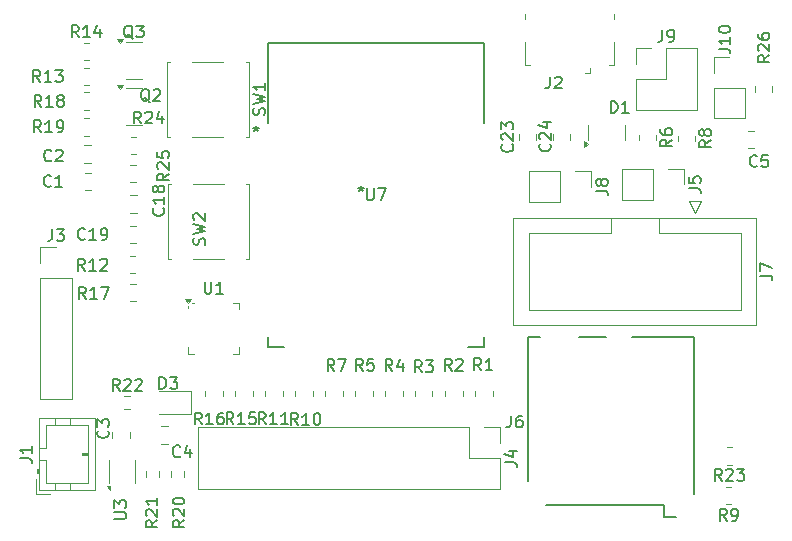
<source format=gto>
G04 #@! TF.GenerationSoftware,KiCad,Pcbnew,8.0.0*
G04 #@! TF.CreationDate,2024-04-09T17:42:43-05:00*
G04 #@! TF.ProjectId,esp32_example,65737033-325f-4657-9861-6d706c652e6b,rev?*
G04 #@! TF.SameCoordinates,Original*
G04 #@! TF.FileFunction,Legend,Top*
G04 #@! TF.FilePolarity,Positive*
%FSLAX46Y46*%
G04 Gerber Fmt 4.6, Leading zero omitted, Abs format (unit mm)*
G04 Created by KiCad (PCBNEW 8.0.0) date 2024-04-09 17:42:43*
%MOMM*%
%LPD*%
G01*
G04 APERTURE LIST*
%ADD10C,0.150000*%
%ADD11C,0.120000*%
%ADD12C,0.200000*%
%ADD13C,0.152400*%
G04 APERTURE END LIST*
D10*
X222824819Y-41019523D02*
X223539104Y-41019523D01*
X223539104Y-41019523D02*
X223681961Y-41067142D01*
X223681961Y-41067142D02*
X223777200Y-41162380D01*
X223777200Y-41162380D02*
X223824819Y-41305237D01*
X223824819Y-41305237D02*
X223824819Y-41400475D01*
X223824819Y-40019523D02*
X223824819Y-40590951D01*
X223824819Y-40305237D02*
X222824819Y-40305237D01*
X222824819Y-40305237D02*
X222967676Y-40400475D01*
X222967676Y-40400475D02*
X223062914Y-40495713D01*
X223062914Y-40495713D02*
X223110533Y-40590951D01*
X222824819Y-39400475D02*
X222824819Y-39305237D01*
X222824819Y-39305237D02*
X222872438Y-39209999D01*
X222872438Y-39209999D02*
X222920057Y-39162380D01*
X222920057Y-39162380D02*
X223015295Y-39114761D01*
X223015295Y-39114761D02*
X223205771Y-39067142D01*
X223205771Y-39067142D02*
X223443866Y-39067142D01*
X223443866Y-39067142D02*
X223634342Y-39114761D01*
X223634342Y-39114761D02*
X223729580Y-39162380D01*
X223729580Y-39162380D02*
X223777200Y-39209999D01*
X223777200Y-39209999D02*
X223824819Y-39305237D01*
X223824819Y-39305237D02*
X223824819Y-39400475D01*
X223824819Y-39400475D02*
X223777200Y-39495713D01*
X223777200Y-39495713D02*
X223729580Y-39543332D01*
X223729580Y-39543332D02*
X223634342Y-39590951D01*
X223634342Y-39590951D02*
X223443866Y-39638570D01*
X223443866Y-39638570D02*
X223205771Y-39638570D01*
X223205771Y-39638570D02*
X223015295Y-39590951D01*
X223015295Y-39590951D02*
X222920057Y-39543332D01*
X222920057Y-39543332D02*
X222872438Y-39495713D01*
X222872438Y-39495713D02*
X222824819Y-39400475D01*
X227124819Y-41555357D02*
X226648628Y-41888690D01*
X227124819Y-42126785D02*
X226124819Y-42126785D01*
X226124819Y-42126785D02*
X226124819Y-41745833D01*
X226124819Y-41745833D02*
X226172438Y-41650595D01*
X226172438Y-41650595D02*
X226220057Y-41602976D01*
X226220057Y-41602976D02*
X226315295Y-41555357D01*
X226315295Y-41555357D02*
X226458152Y-41555357D01*
X226458152Y-41555357D02*
X226553390Y-41602976D01*
X226553390Y-41602976D02*
X226601009Y-41650595D01*
X226601009Y-41650595D02*
X226648628Y-41745833D01*
X226648628Y-41745833D02*
X226648628Y-42126785D01*
X226220057Y-41174404D02*
X226172438Y-41126785D01*
X226172438Y-41126785D02*
X226124819Y-41031547D01*
X226124819Y-41031547D02*
X226124819Y-40793452D01*
X226124819Y-40793452D02*
X226172438Y-40698214D01*
X226172438Y-40698214D02*
X226220057Y-40650595D01*
X226220057Y-40650595D02*
X226315295Y-40602976D01*
X226315295Y-40602976D02*
X226410533Y-40602976D01*
X226410533Y-40602976D02*
X226553390Y-40650595D01*
X226553390Y-40650595D02*
X227124819Y-41222023D01*
X227124819Y-41222023D02*
X227124819Y-40602976D01*
X226124819Y-39745833D02*
X226124819Y-39936309D01*
X226124819Y-39936309D02*
X226172438Y-40031547D01*
X226172438Y-40031547D02*
X226220057Y-40079166D01*
X226220057Y-40079166D02*
X226362914Y-40174404D01*
X226362914Y-40174404D02*
X226553390Y-40222023D01*
X226553390Y-40222023D02*
X226934342Y-40222023D01*
X226934342Y-40222023D02*
X227029580Y-40174404D01*
X227029580Y-40174404D02*
X227077200Y-40126785D01*
X227077200Y-40126785D02*
X227124819Y-40031547D01*
X227124819Y-40031547D02*
X227124819Y-39841071D01*
X227124819Y-39841071D02*
X227077200Y-39745833D01*
X227077200Y-39745833D02*
X227029580Y-39698214D01*
X227029580Y-39698214D02*
X226934342Y-39650595D01*
X226934342Y-39650595D02*
X226696247Y-39650595D01*
X226696247Y-39650595D02*
X226601009Y-39698214D01*
X226601009Y-39698214D02*
X226553390Y-39745833D01*
X226553390Y-39745833D02*
X226505771Y-39841071D01*
X226505771Y-39841071D02*
X226505771Y-40031547D01*
X226505771Y-40031547D02*
X226553390Y-40126785D01*
X226553390Y-40126785D02*
X226601009Y-40174404D01*
X226601009Y-40174404D02*
X226696247Y-40222023D01*
X226073333Y-50909580D02*
X226025714Y-50957200D01*
X226025714Y-50957200D02*
X225882857Y-51004819D01*
X225882857Y-51004819D02*
X225787619Y-51004819D01*
X225787619Y-51004819D02*
X225644762Y-50957200D01*
X225644762Y-50957200D02*
X225549524Y-50861961D01*
X225549524Y-50861961D02*
X225501905Y-50766723D01*
X225501905Y-50766723D02*
X225454286Y-50576247D01*
X225454286Y-50576247D02*
X225454286Y-50433390D01*
X225454286Y-50433390D02*
X225501905Y-50242914D01*
X225501905Y-50242914D02*
X225549524Y-50147676D01*
X225549524Y-50147676D02*
X225644762Y-50052438D01*
X225644762Y-50052438D02*
X225787619Y-50004819D01*
X225787619Y-50004819D02*
X225882857Y-50004819D01*
X225882857Y-50004819D02*
X226025714Y-50052438D01*
X226025714Y-50052438D02*
X226073333Y-50100057D01*
X226978095Y-50004819D02*
X226501905Y-50004819D01*
X226501905Y-50004819D02*
X226454286Y-50481009D01*
X226454286Y-50481009D02*
X226501905Y-50433390D01*
X226501905Y-50433390D02*
X226597143Y-50385771D01*
X226597143Y-50385771D02*
X226835238Y-50385771D01*
X226835238Y-50385771D02*
X226930476Y-50433390D01*
X226930476Y-50433390D02*
X226978095Y-50481009D01*
X226978095Y-50481009D02*
X227025714Y-50576247D01*
X227025714Y-50576247D02*
X227025714Y-50814342D01*
X227025714Y-50814342D02*
X226978095Y-50909580D01*
X226978095Y-50909580D02*
X226930476Y-50957200D01*
X226930476Y-50957200D02*
X226835238Y-51004819D01*
X226835238Y-51004819D02*
X226597143Y-51004819D01*
X226597143Y-51004819D02*
X226501905Y-50957200D01*
X226501905Y-50957200D02*
X226454286Y-50909580D01*
X212454819Y-53023333D02*
X213169104Y-53023333D01*
X213169104Y-53023333D02*
X213311961Y-53070952D01*
X213311961Y-53070952D02*
X213407200Y-53166190D01*
X213407200Y-53166190D02*
X213454819Y-53309047D01*
X213454819Y-53309047D02*
X213454819Y-53404285D01*
X212883390Y-52404285D02*
X212835771Y-52499523D01*
X212835771Y-52499523D02*
X212788152Y-52547142D01*
X212788152Y-52547142D02*
X212692914Y-52594761D01*
X212692914Y-52594761D02*
X212645295Y-52594761D01*
X212645295Y-52594761D02*
X212550057Y-52547142D01*
X212550057Y-52547142D02*
X212502438Y-52499523D01*
X212502438Y-52499523D02*
X212454819Y-52404285D01*
X212454819Y-52404285D02*
X212454819Y-52213809D01*
X212454819Y-52213809D02*
X212502438Y-52118571D01*
X212502438Y-52118571D02*
X212550057Y-52070952D01*
X212550057Y-52070952D02*
X212645295Y-52023333D01*
X212645295Y-52023333D02*
X212692914Y-52023333D01*
X212692914Y-52023333D02*
X212788152Y-52070952D01*
X212788152Y-52070952D02*
X212835771Y-52118571D01*
X212835771Y-52118571D02*
X212883390Y-52213809D01*
X212883390Y-52213809D02*
X212883390Y-52404285D01*
X212883390Y-52404285D02*
X212931009Y-52499523D01*
X212931009Y-52499523D02*
X212978628Y-52547142D01*
X212978628Y-52547142D02*
X213073866Y-52594761D01*
X213073866Y-52594761D02*
X213264342Y-52594761D01*
X213264342Y-52594761D02*
X213359580Y-52547142D01*
X213359580Y-52547142D02*
X213407200Y-52499523D01*
X213407200Y-52499523D02*
X213454819Y-52404285D01*
X213454819Y-52404285D02*
X213454819Y-52213809D01*
X213454819Y-52213809D02*
X213407200Y-52118571D01*
X213407200Y-52118571D02*
X213359580Y-52070952D01*
X213359580Y-52070952D02*
X213264342Y-52023333D01*
X213264342Y-52023333D02*
X213073866Y-52023333D01*
X213073866Y-52023333D02*
X212978628Y-52070952D01*
X212978628Y-52070952D02*
X212931009Y-52118571D01*
X212931009Y-52118571D02*
X212883390Y-52213809D01*
X169147142Y-59784819D02*
X168813809Y-59308628D01*
X168575714Y-59784819D02*
X168575714Y-58784819D01*
X168575714Y-58784819D02*
X168956666Y-58784819D01*
X168956666Y-58784819D02*
X169051904Y-58832438D01*
X169051904Y-58832438D02*
X169099523Y-58880057D01*
X169099523Y-58880057D02*
X169147142Y-58975295D01*
X169147142Y-58975295D02*
X169147142Y-59118152D01*
X169147142Y-59118152D02*
X169099523Y-59213390D01*
X169099523Y-59213390D02*
X169051904Y-59261009D01*
X169051904Y-59261009D02*
X168956666Y-59308628D01*
X168956666Y-59308628D02*
X168575714Y-59308628D01*
X170099523Y-59784819D02*
X169528095Y-59784819D01*
X169813809Y-59784819D02*
X169813809Y-58784819D01*
X169813809Y-58784819D02*
X169718571Y-58927676D01*
X169718571Y-58927676D02*
X169623333Y-59022914D01*
X169623333Y-59022914D02*
X169528095Y-59070533D01*
X170480476Y-58880057D02*
X170528095Y-58832438D01*
X170528095Y-58832438D02*
X170623333Y-58784819D01*
X170623333Y-58784819D02*
X170861428Y-58784819D01*
X170861428Y-58784819D02*
X170956666Y-58832438D01*
X170956666Y-58832438D02*
X171004285Y-58880057D01*
X171004285Y-58880057D02*
X171051904Y-58975295D01*
X171051904Y-58975295D02*
X171051904Y-59070533D01*
X171051904Y-59070533D02*
X171004285Y-59213390D01*
X171004285Y-59213390D02*
X170432857Y-59784819D01*
X170432857Y-59784819D02*
X171051904Y-59784819D01*
X179297200Y-57593332D02*
X179344819Y-57450475D01*
X179344819Y-57450475D02*
X179344819Y-57212380D01*
X179344819Y-57212380D02*
X179297200Y-57117142D01*
X179297200Y-57117142D02*
X179249580Y-57069523D01*
X179249580Y-57069523D02*
X179154342Y-57021904D01*
X179154342Y-57021904D02*
X179059104Y-57021904D01*
X179059104Y-57021904D02*
X178963866Y-57069523D01*
X178963866Y-57069523D02*
X178916247Y-57117142D01*
X178916247Y-57117142D02*
X178868628Y-57212380D01*
X178868628Y-57212380D02*
X178821009Y-57402856D01*
X178821009Y-57402856D02*
X178773390Y-57498094D01*
X178773390Y-57498094D02*
X178725771Y-57545713D01*
X178725771Y-57545713D02*
X178630533Y-57593332D01*
X178630533Y-57593332D02*
X178535295Y-57593332D01*
X178535295Y-57593332D02*
X178440057Y-57545713D01*
X178440057Y-57545713D02*
X178392438Y-57498094D01*
X178392438Y-57498094D02*
X178344819Y-57402856D01*
X178344819Y-57402856D02*
X178344819Y-57164761D01*
X178344819Y-57164761D02*
X178392438Y-57021904D01*
X178344819Y-56688570D02*
X179344819Y-56450475D01*
X179344819Y-56450475D02*
X178630533Y-56259999D01*
X178630533Y-56259999D02*
X179344819Y-56069523D01*
X179344819Y-56069523D02*
X178344819Y-55831428D01*
X178440057Y-55498094D02*
X178392438Y-55450475D01*
X178392438Y-55450475D02*
X178344819Y-55355237D01*
X178344819Y-55355237D02*
X178344819Y-55117142D01*
X178344819Y-55117142D02*
X178392438Y-55021904D01*
X178392438Y-55021904D02*
X178440057Y-54974285D01*
X178440057Y-54974285D02*
X178535295Y-54926666D01*
X178535295Y-54926666D02*
X178630533Y-54926666D01*
X178630533Y-54926666D02*
X178773390Y-54974285D01*
X178773390Y-54974285D02*
X179344819Y-55545713D01*
X179344819Y-55545713D02*
X179344819Y-54926666D01*
X174664761Y-45520057D02*
X174569523Y-45472438D01*
X174569523Y-45472438D02*
X174474285Y-45377200D01*
X174474285Y-45377200D02*
X174331428Y-45234342D01*
X174331428Y-45234342D02*
X174236190Y-45186723D01*
X174236190Y-45186723D02*
X174140952Y-45186723D01*
X174188571Y-45424819D02*
X174093333Y-45377200D01*
X174093333Y-45377200D02*
X173998095Y-45281961D01*
X173998095Y-45281961D02*
X173950476Y-45091485D01*
X173950476Y-45091485D02*
X173950476Y-44758152D01*
X173950476Y-44758152D02*
X173998095Y-44567676D01*
X173998095Y-44567676D02*
X174093333Y-44472438D01*
X174093333Y-44472438D02*
X174188571Y-44424819D01*
X174188571Y-44424819D02*
X174379047Y-44424819D01*
X174379047Y-44424819D02*
X174474285Y-44472438D01*
X174474285Y-44472438D02*
X174569523Y-44567676D01*
X174569523Y-44567676D02*
X174617142Y-44758152D01*
X174617142Y-44758152D02*
X174617142Y-45091485D01*
X174617142Y-45091485D02*
X174569523Y-45281961D01*
X174569523Y-45281961D02*
X174474285Y-45377200D01*
X174474285Y-45377200D02*
X174379047Y-45424819D01*
X174379047Y-45424819D02*
X174188571Y-45424819D01*
X174998095Y-44520057D02*
X175045714Y-44472438D01*
X175045714Y-44472438D02*
X175140952Y-44424819D01*
X175140952Y-44424819D02*
X175379047Y-44424819D01*
X175379047Y-44424819D02*
X175474285Y-44472438D01*
X175474285Y-44472438D02*
X175521904Y-44520057D01*
X175521904Y-44520057D02*
X175569523Y-44615295D01*
X175569523Y-44615295D02*
X175569523Y-44710533D01*
X175569523Y-44710533D02*
X175521904Y-44853390D01*
X175521904Y-44853390D02*
X174950476Y-45424819D01*
X174950476Y-45424819D02*
X175569523Y-45424819D01*
X187197142Y-72854819D02*
X186863809Y-72378628D01*
X186625714Y-72854819D02*
X186625714Y-71854819D01*
X186625714Y-71854819D02*
X187006666Y-71854819D01*
X187006666Y-71854819D02*
X187101904Y-71902438D01*
X187101904Y-71902438D02*
X187149523Y-71950057D01*
X187149523Y-71950057D02*
X187197142Y-72045295D01*
X187197142Y-72045295D02*
X187197142Y-72188152D01*
X187197142Y-72188152D02*
X187149523Y-72283390D01*
X187149523Y-72283390D02*
X187101904Y-72331009D01*
X187101904Y-72331009D02*
X187006666Y-72378628D01*
X187006666Y-72378628D02*
X186625714Y-72378628D01*
X188149523Y-72854819D02*
X187578095Y-72854819D01*
X187863809Y-72854819D02*
X187863809Y-71854819D01*
X187863809Y-71854819D02*
X187768571Y-71997676D01*
X187768571Y-71997676D02*
X187673333Y-72092914D01*
X187673333Y-72092914D02*
X187578095Y-72140533D01*
X188768571Y-71854819D02*
X188863809Y-71854819D01*
X188863809Y-71854819D02*
X188959047Y-71902438D01*
X188959047Y-71902438D02*
X189006666Y-71950057D01*
X189006666Y-71950057D02*
X189054285Y-72045295D01*
X189054285Y-72045295D02*
X189101904Y-72235771D01*
X189101904Y-72235771D02*
X189101904Y-72473866D01*
X189101904Y-72473866D02*
X189054285Y-72664342D01*
X189054285Y-72664342D02*
X189006666Y-72759580D01*
X189006666Y-72759580D02*
X188959047Y-72807200D01*
X188959047Y-72807200D02*
X188863809Y-72854819D01*
X188863809Y-72854819D02*
X188768571Y-72854819D01*
X188768571Y-72854819D02*
X188673333Y-72807200D01*
X188673333Y-72807200D02*
X188625714Y-72759580D01*
X188625714Y-72759580D02*
X188578095Y-72664342D01*
X188578095Y-72664342D02*
X188530476Y-72473866D01*
X188530476Y-72473866D02*
X188530476Y-72235771D01*
X188530476Y-72235771D02*
X188578095Y-72045295D01*
X188578095Y-72045295D02*
X188625714Y-71950057D01*
X188625714Y-71950057D02*
X188673333Y-71902438D01*
X188673333Y-71902438D02*
X188768571Y-71854819D01*
X205231666Y-72059819D02*
X205231666Y-72774104D01*
X205231666Y-72774104D02*
X205184047Y-72916961D01*
X205184047Y-72916961D02*
X205088809Y-73012200D01*
X205088809Y-73012200D02*
X204945952Y-73059819D01*
X204945952Y-73059819D02*
X204850714Y-73059819D01*
X206136428Y-72059819D02*
X205945952Y-72059819D01*
X205945952Y-72059819D02*
X205850714Y-72107438D01*
X205850714Y-72107438D02*
X205803095Y-72155057D01*
X205803095Y-72155057D02*
X205707857Y-72297914D01*
X205707857Y-72297914D02*
X205660238Y-72488390D01*
X205660238Y-72488390D02*
X205660238Y-72869342D01*
X205660238Y-72869342D02*
X205707857Y-72964580D01*
X205707857Y-72964580D02*
X205755476Y-73012200D01*
X205755476Y-73012200D02*
X205850714Y-73059819D01*
X205850714Y-73059819D02*
X206041190Y-73059819D01*
X206041190Y-73059819D02*
X206136428Y-73012200D01*
X206136428Y-73012200D02*
X206184047Y-72964580D01*
X206184047Y-72964580D02*
X206231666Y-72869342D01*
X206231666Y-72869342D02*
X206231666Y-72631247D01*
X206231666Y-72631247D02*
X206184047Y-72536009D01*
X206184047Y-72536009D02*
X206136428Y-72488390D01*
X206136428Y-72488390D02*
X206041190Y-72440771D01*
X206041190Y-72440771D02*
X205850714Y-72440771D01*
X205850714Y-72440771D02*
X205755476Y-72488390D01*
X205755476Y-72488390D02*
X205707857Y-72536009D01*
X205707857Y-72536009D02*
X205660238Y-72631247D01*
X193040095Y-52820219D02*
X193040095Y-53629742D01*
X193040095Y-53629742D02*
X193087714Y-53724980D01*
X193087714Y-53724980D02*
X193135333Y-53772600D01*
X193135333Y-53772600D02*
X193230571Y-53820219D01*
X193230571Y-53820219D02*
X193421047Y-53820219D01*
X193421047Y-53820219D02*
X193516285Y-53772600D01*
X193516285Y-53772600D02*
X193563904Y-53724980D01*
X193563904Y-53724980D02*
X193611523Y-53629742D01*
X193611523Y-53629742D02*
X193611523Y-52820219D01*
X193992476Y-52820219D02*
X194659142Y-52820219D01*
X194659142Y-52820219D02*
X194230571Y-53820219D01*
X192550000Y-52614819D02*
X192550000Y-52852914D01*
X192311905Y-52757676D02*
X192550000Y-52852914D01*
X192550000Y-52852914D02*
X192788095Y-52757676D01*
X192407143Y-53043390D02*
X192550000Y-52852914D01*
X192550000Y-52852914D02*
X192692857Y-53043390D01*
X183667700Y-47560219D02*
X183667700Y-47798314D01*
X183429605Y-47703076D02*
X183667700Y-47798314D01*
X183667700Y-47798314D02*
X183905795Y-47703076D01*
X183524843Y-47988790D02*
X183667700Y-47798314D01*
X183667700Y-47798314D02*
X183810557Y-47988790D01*
X213701905Y-46424819D02*
X213701905Y-45424819D01*
X213701905Y-45424819D02*
X213940000Y-45424819D01*
X213940000Y-45424819D02*
X214082857Y-45472438D01*
X214082857Y-45472438D02*
X214178095Y-45567676D01*
X214178095Y-45567676D02*
X214225714Y-45662914D01*
X214225714Y-45662914D02*
X214273333Y-45853390D01*
X214273333Y-45853390D02*
X214273333Y-45996247D01*
X214273333Y-45996247D02*
X214225714Y-46186723D01*
X214225714Y-46186723D02*
X214178095Y-46281961D01*
X214178095Y-46281961D02*
X214082857Y-46377200D01*
X214082857Y-46377200D02*
X213940000Y-46424819D01*
X213940000Y-46424819D02*
X213701905Y-46424819D01*
X215225714Y-46424819D02*
X214654286Y-46424819D01*
X214940000Y-46424819D02*
X214940000Y-45424819D01*
X214940000Y-45424819D02*
X214844762Y-45567676D01*
X214844762Y-45567676D02*
X214749524Y-45662914D01*
X214749524Y-45662914D02*
X214654286Y-45710533D01*
X165377142Y-43804819D02*
X165043809Y-43328628D01*
X164805714Y-43804819D02*
X164805714Y-42804819D01*
X164805714Y-42804819D02*
X165186666Y-42804819D01*
X165186666Y-42804819D02*
X165281904Y-42852438D01*
X165281904Y-42852438D02*
X165329523Y-42900057D01*
X165329523Y-42900057D02*
X165377142Y-42995295D01*
X165377142Y-42995295D02*
X165377142Y-43138152D01*
X165377142Y-43138152D02*
X165329523Y-43233390D01*
X165329523Y-43233390D02*
X165281904Y-43281009D01*
X165281904Y-43281009D02*
X165186666Y-43328628D01*
X165186666Y-43328628D02*
X164805714Y-43328628D01*
X166329523Y-43804819D02*
X165758095Y-43804819D01*
X166043809Y-43804819D02*
X166043809Y-42804819D01*
X166043809Y-42804819D02*
X165948571Y-42947676D01*
X165948571Y-42947676D02*
X165853333Y-43042914D01*
X165853333Y-43042914D02*
X165758095Y-43090533D01*
X166662857Y-42804819D02*
X167281904Y-42804819D01*
X167281904Y-42804819D02*
X166948571Y-43185771D01*
X166948571Y-43185771D02*
X167091428Y-43185771D01*
X167091428Y-43185771D02*
X167186666Y-43233390D01*
X167186666Y-43233390D02*
X167234285Y-43281009D01*
X167234285Y-43281009D02*
X167281904Y-43376247D01*
X167281904Y-43376247D02*
X167281904Y-43614342D01*
X167281904Y-43614342D02*
X167234285Y-43709580D01*
X167234285Y-43709580D02*
X167186666Y-43757200D01*
X167186666Y-43757200D02*
X167091428Y-43804819D01*
X167091428Y-43804819D02*
X166805714Y-43804819D01*
X166805714Y-43804819D02*
X166710476Y-43757200D01*
X166710476Y-43757200D02*
X166662857Y-43709580D01*
X205340380Y-49108457D02*
X205388000Y-49156076D01*
X205388000Y-49156076D02*
X205435619Y-49298933D01*
X205435619Y-49298933D02*
X205435619Y-49394171D01*
X205435619Y-49394171D02*
X205388000Y-49537028D01*
X205388000Y-49537028D02*
X205292761Y-49632266D01*
X205292761Y-49632266D02*
X205197523Y-49679885D01*
X205197523Y-49679885D02*
X205007047Y-49727504D01*
X205007047Y-49727504D02*
X204864190Y-49727504D01*
X204864190Y-49727504D02*
X204673714Y-49679885D01*
X204673714Y-49679885D02*
X204578476Y-49632266D01*
X204578476Y-49632266D02*
X204483238Y-49537028D01*
X204483238Y-49537028D02*
X204435619Y-49394171D01*
X204435619Y-49394171D02*
X204435619Y-49298933D01*
X204435619Y-49298933D02*
X204483238Y-49156076D01*
X204483238Y-49156076D02*
X204530857Y-49108457D01*
X204530857Y-48727504D02*
X204483238Y-48679885D01*
X204483238Y-48679885D02*
X204435619Y-48584647D01*
X204435619Y-48584647D02*
X204435619Y-48346552D01*
X204435619Y-48346552D02*
X204483238Y-48251314D01*
X204483238Y-48251314D02*
X204530857Y-48203695D01*
X204530857Y-48203695D02*
X204626095Y-48156076D01*
X204626095Y-48156076D02*
X204721333Y-48156076D01*
X204721333Y-48156076D02*
X204864190Y-48203695D01*
X204864190Y-48203695D02*
X205435619Y-48775123D01*
X205435619Y-48775123D02*
X205435619Y-48156076D01*
X204435619Y-47822742D02*
X204435619Y-47203695D01*
X204435619Y-47203695D02*
X204816571Y-47537028D01*
X204816571Y-47537028D02*
X204816571Y-47394171D01*
X204816571Y-47394171D02*
X204864190Y-47298933D01*
X204864190Y-47298933D02*
X204911809Y-47251314D01*
X204911809Y-47251314D02*
X205007047Y-47203695D01*
X205007047Y-47203695D02*
X205245142Y-47203695D01*
X205245142Y-47203695D02*
X205340380Y-47251314D01*
X205340380Y-47251314D02*
X205388000Y-47298933D01*
X205388000Y-47298933D02*
X205435619Y-47394171D01*
X205435619Y-47394171D02*
X205435619Y-47679885D01*
X205435619Y-47679885D02*
X205388000Y-47775123D01*
X205388000Y-47775123D02*
X205340380Y-47822742D01*
X208519580Y-49052857D02*
X208567200Y-49100476D01*
X208567200Y-49100476D02*
X208614819Y-49243333D01*
X208614819Y-49243333D02*
X208614819Y-49338571D01*
X208614819Y-49338571D02*
X208567200Y-49481428D01*
X208567200Y-49481428D02*
X208471961Y-49576666D01*
X208471961Y-49576666D02*
X208376723Y-49624285D01*
X208376723Y-49624285D02*
X208186247Y-49671904D01*
X208186247Y-49671904D02*
X208043390Y-49671904D01*
X208043390Y-49671904D02*
X207852914Y-49624285D01*
X207852914Y-49624285D02*
X207757676Y-49576666D01*
X207757676Y-49576666D02*
X207662438Y-49481428D01*
X207662438Y-49481428D02*
X207614819Y-49338571D01*
X207614819Y-49338571D02*
X207614819Y-49243333D01*
X207614819Y-49243333D02*
X207662438Y-49100476D01*
X207662438Y-49100476D02*
X207710057Y-49052857D01*
X207710057Y-48671904D02*
X207662438Y-48624285D01*
X207662438Y-48624285D02*
X207614819Y-48529047D01*
X207614819Y-48529047D02*
X207614819Y-48290952D01*
X207614819Y-48290952D02*
X207662438Y-48195714D01*
X207662438Y-48195714D02*
X207710057Y-48148095D01*
X207710057Y-48148095D02*
X207805295Y-48100476D01*
X207805295Y-48100476D02*
X207900533Y-48100476D01*
X207900533Y-48100476D02*
X208043390Y-48148095D01*
X208043390Y-48148095D02*
X208614819Y-48719523D01*
X208614819Y-48719523D02*
X208614819Y-48100476D01*
X207948152Y-47243333D02*
X208614819Y-47243333D01*
X207567200Y-47481428D02*
X208281485Y-47719523D01*
X208281485Y-47719523D02*
X208281485Y-47100476D01*
X192693333Y-68264819D02*
X192360000Y-67788628D01*
X192121905Y-68264819D02*
X192121905Y-67264819D01*
X192121905Y-67264819D02*
X192502857Y-67264819D01*
X192502857Y-67264819D02*
X192598095Y-67312438D01*
X192598095Y-67312438D02*
X192645714Y-67360057D01*
X192645714Y-67360057D02*
X192693333Y-67455295D01*
X192693333Y-67455295D02*
X192693333Y-67598152D01*
X192693333Y-67598152D02*
X192645714Y-67693390D01*
X192645714Y-67693390D02*
X192598095Y-67741009D01*
X192598095Y-67741009D02*
X192502857Y-67788628D01*
X192502857Y-67788628D02*
X192121905Y-67788628D01*
X193598095Y-67264819D02*
X193121905Y-67264819D01*
X193121905Y-67264819D02*
X193074286Y-67741009D01*
X193074286Y-67741009D02*
X193121905Y-67693390D01*
X193121905Y-67693390D02*
X193217143Y-67645771D01*
X193217143Y-67645771D02*
X193455238Y-67645771D01*
X193455238Y-67645771D02*
X193550476Y-67693390D01*
X193550476Y-67693390D02*
X193598095Y-67741009D01*
X193598095Y-67741009D02*
X193645714Y-67836247D01*
X193645714Y-67836247D02*
X193645714Y-68074342D01*
X193645714Y-68074342D02*
X193598095Y-68169580D01*
X193598095Y-68169580D02*
X193550476Y-68217200D01*
X193550476Y-68217200D02*
X193455238Y-68264819D01*
X193455238Y-68264819D02*
X193217143Y-68264819D01*
X193217143Y-68264819D02*
X193121905Y-68217200D01*
X193121905Y-68217200D02*
X193074286Y-68169580D01*
X169237142Y-62184819D02*
X168903809Y-61708628D01*
X168665714Y-62184819D02*
X168665714Y-61184819D01*
X168665714Y-61184819D02*
X169046666Y-61184819D01*
X169046666Y-61184819D02*
X169141904Y-61232438D01*
X169141904Y-61232438D02*
X169189523Y-61280057D01*
X169189523Y-61280057D02*
X169237142Y-61375295D01*
X169237142Y-61375295D02*
X169237142Y-61518152D01*
X169237142Y-61518152D02*
X169189523Y-61613390D01*
X169189523Y-61613390D02*
X169141904Y-61661009D01*
X169141904Y-61661009D02*
X169046666Y-61708628D01*
X169046666Y-61708628D02*
X168665714Y-61708628D01*
X170189523Y-62184819D02*
X169618095Y-62184819D01*
X169903809Y-62184819D02*
X169903809Y-61184819D01*
X169903809Y-61184819D02*
X169808571Y-61327676D01*
X169808571Y-61327676D02*
X169713333Y-61422914D01*
X169713333Y-61422914D02*
X169618095Y-61470533D01*
X170522857Y-61184819D02*
X171189523Y-61184819D01*
X171189523Y-61184819D02*
X170760952Y-62184819D01*
X172102542Y-69967019D02*
X171769209Y-69490828D01*
X171531114Y-69967019D02*
X171531114Y-68967019D01*
X171531114Y-68967019D02*
X171912066Y-68967019D01*
X171912066Y-68967019D02*
X172007304Y-69014638D01*
X172007304Y-69014638D02*
X172054923Y-69062257D01*
X172054923Y-69062257D02*
X172102542Y-69157495D01*
X172102542Y-69157495D02*
X172102542Y-69300352D01*
X172102542Y-69300352D02*
X172054923Y-69395590D01*
X172054923Y-69395590D02*
X172007304Y-69443209D01*
X172007304Y-69443209D02*
X171912066Y-69490828D01*
X171912066Y-69490828D02*
X171531114Y-69490828D01*
X172483495Y-69062257D02*
X172531114Y-69014638D01*
X172531114Y-69014638D02*
X172626352Y-68967019D01*
X172626352Y-68967019D02*
X172864447Y-68967019D01*
X172864447Y-68967019D02*
X172959685Y-69014638D01*
X172959685Y-69014638D02*
X173007304Y-69062257D01*
X173007304Y-69062257D02*
X173054923Y-69157495D01*
X173054923Y-69157495D02*
X173054923Y-69252733D01*
X173054923Y-69252733D02*
X173007304Y-69395590D01*
X173007304Y-69395590D02*
X172435876Y-69967019D01*
X172435876Y-69967019D02*
X173054923Y-69967019D01*
X173435876Y-69062257D02*
X173483495Y-69014638D01*
X173483495Y-69014638D02*
X173578733Y-68967019D01*
X173578733Y-68967019D02*
X173816828Y-68967019D01*
X173816828Y-68967019D02*
X173912066Y-69014638D01*
X173912066Y-69014638D02*
X173959685Y-69062257D01*
X173959685Y-69062257D02*
X174007304Y-69157495D01*
X174007304Y-69157495D02*
X174007304Y-69252733D01*
X174007304Y-69252733D02*
X173959685Y-69395590D01*
X173959685Y-69395590D02*
X173388257Y-69967019D01*
X173388257Y-69967019D02*
X174007304Y-69967019D01*
X163653619Y-75653733D02*
X164367904Y-75653733D01*
X164367904Y-75653733D02*
X164510761Y-75701352D01*
X164510761Y-75701352D02*
X164606000Y-75796590D01*
X164606000Y-75796590D02*
X164653619Y-75939447D01*
X164653619Y-75939447D02*
X164653619Y-76034685D01*
X164653619Y-74653733D02*
X164653619Y-75225161D01*
X164653619Y-74939447D02*
X163653619Y-74939447D01*
X163653619Y-74939447D02*
X163796476Y-75034685D01*
X163796476Y-75034685D02*
X163891714Y-75129923D01*
X163891714Y-75129923D02*
X163939333Y-75225161D01*
X176294819Y-51572857D02*
X175818628Y-51906190D01*
X176294819Y-52144285D02*
X175294819Y-52144285D01*
X175294819Y-52144285D02*
X175294819Y-51763333D01*
X175294819Y-51763333D02*
X175342438Y-51668095D01*
X175342438Y-51668095D02*
X175390057Y-51620476D01*
X175390057Y-51620476D02*
X175485295Y-51572857D01*
X175485295Y-51572857D02*
X175628152Y-51572857D01*
X175628152Y-51572857D02*
X175723390Y-51620476D01*
X175723390Y-51620476D02*
X175771009Y-51668095D01*
X175771009Y-51668095D02*
X175818628Y-51763333D01*
X175818628Y-51763333D02*
X175818628Y-52144285D01*
X175390057Y-51191904D02*
X175342438Y-51144285D01*
X175342438Y-51144285D02*
X175294819Y-51049047D01*
X175294819Y-51049047D02*
X175294819Y-50810952D01*
X175294819Y-50810952D02*
X175342438Y-50715714D01*
X175342438Y-50715714D02*
X175390057Y-50668095D01*
X175390057Y-50668095D02*
X175485295Y-50620476D01*
X175485295Y-50620476D02*
X175580533Y-50620476D01*
X175580533Y-50620476D02*
X175723390Y-50668095D01*
X175723390Y-50668095D02*
X176294819Y-51239523D01*
X176294819Y-51239523D02*
X176294819Y-50620476D01*
X175294819Y-49715714D02*
X175294819Y-50191904D01*
X175294819Y-50191904D02*
X175771009Y-50239523D01*
X175771009Y-50239523D02*
X175723390Y-50191904D01*
X175723390Y-50191904D02*
X175675771Y-50096666D01*
X175675771Y-50096666D02*
X175675771Y-49858571D01*
X175675771Y-49858571D02*
X175723390Y-49763333D01*
X175723390Y-49763333D02*
X175771009Y-49715714D01*
X175771009Y-49715714D02*
X175866247Y-49668095D01*
X175866247Y-49668095D02*
X176104342Y-49668095D01*
X176104342Y-49668095D02*
X176199580Y-49715714D01*
X176199580Y-49715714D02*
X176247200Y-49763333D01*
X176247200Y-49763333D02*
X176294819Y-49858571D01*
X176294819Y-49858571D02*
X176294819Y-50096666D01*
X176294819Y-50096666D02*
X176247200Y-50191904D01*
X176247200Y-50191904D02*
X176199580Y-50239523D01*
X166333333Y-50439580D02*
X166285714Y-50487200D01*
X166285714Y-50487200D02*
X166142857Y-50534819D01*
X166142857Y-50534819D02*
X166047619Y-50534819D01*
X166047619Y-50534819D02*
X165904762Y-50487200D01*
X165904762Y-50487200D02*
X165809524Y-50391961D01*
X165809524Y-50391961D02*
X165761905Y-50296723D01*
X165761905Y-50296723D02*
X165714286Y-50106247D01*
X165714286Y-50106247D02*
X165714286Y-49963390D01*
X165714286Y-49963390D02*
X165761905Y-49772914D01*
X165761905Y-49772914D02*
X165809524Y-49677676D01*
X165809524Y-49677676D02*
X165904762Y-49582438D01*
X165904762Y-49582438D02*
X166047619Y-49534819D01*
X166047619Y-49534819D02*
X166142857Y-49534819D01*
X166142857Y-49534819D02*
X166285714Y-49582438D01*
X166285714Y-49582438D02*
X166333333Y-49630057D01*
X166714286Y-49630057D02*
X166761905Y-49582438D01*
X166761905Y-49582438D02*
X166857143Y-49534819D01*
X166857143Y-49534819D02*
X167095238Y-49534819D01*
X167095238Y-49534819D02*
X167190476Y-49582438D01*
X167190476Y-49582438D02*
X167238095Y-49630057D01*
X167238095Y-49630057D02*
X167285714Y-49725295D01*
X167285714Y-49725295D02*
X167285714Y-49820533D01*
X167285714Y-49820533D02*
X167238095Y-49963390D01*
X167238095Y-49963390D02*
X166666667Y-50534819D01*
X166666667Y-50534819D02*
X167285714Y-50534819D01*
X202723333Y-68214819D02*
X202390000Y-67738628D01*
X202151905Y-68214819D02*
X202151905Y-67214819D01*
X202151905Y-67214819D02*
X202532857Y-67214819D01*
X202532857Y-67214819D02*
X202628095Y-67262438D01*
X202628095Y-67262438D02*
X202675714Y-67310057D01*
X202675714Y-67310057D02*
X202723333Y-67405295D01*
X202723333Y-67405295D02*
X202723333Y-67548152D01*
X202723333Y-67548152D02*
X202675714Y-67643390D01*
X202675714Y-67643390D02*
X202628095Y-67691009D01*
X202628095Y-67691009D02*
X202532857Y-67738628D01*
X202532857Y-67738628D02*
X202151905Y-67738628D01*
X203675714Y-68214819D02*
X203104286Y-68214819D01*
X203390000Y-68214819D02*
X203390000Y-67214819D01*
X203390000Y-67214819D02*
X203294762Y-67357676D01*
X203294762Y-67357676D02*
X203199524Y-67452914D01*
X203199524Y-67452914D02*
X203104286Y-67500533D01*
X168648142Y-40029019D02*
X168314809Y-39552828D01*
X168076714Y-40029019D02*
X168076714Y-39029019D01*
X168076714Y-39029019D02*
X168457666Y-39029019D01*
X168457666Y-39029019D02*
X168552904Y-39076638D01*
X168552904Y-39076638D02*
X168600523Y-39124257D01*
X168600523Y-39124257D02*
X168648142Y-39219495D01*
X168648142Y-39219495D02*
X168648142Y-39362352D01*
X168648142Y-39362352D02*
X168600523Y-39457590D01*
X168600523Y-39457590D02*
X168552904Y-39505209D01*
X168552904Y-39505209D02*
X168457666Y-39552828D01*
X168457666Y-39552828D02*
X168076714Y-39552828D01*
X169600523Y-40029019D02*
X169029095Y-40029019D01*
X169314809Y-40029019D02*
X169314809Y-39029019D01*
X169314809Y-39029019D02*
X169219571Y-39171876D01*
X169219571Y-39171876D02*
X169124333Y-39267114D01*
X169124333Y-39267114D02*
X169029095Y-39314733D01*
X170457666Y-39362352D02*
X170457666Y-40029019D01*
X170219571Y-38981400D02*
X169981476Y-39695685D01*
X169981476Y-39695685D02*
X170600523Y-39695685D01*
X181747142Y-72794819D02*
X181413809Y-72318628D01*
X181175714Y-72794819D02*
X181175714Y-71794819D01*
X181175714Y-71794819D02*
X181556666Y-71794819D01*
X181556666Y-71794819D02*
X181651904Y-71842438D01*
X181651904Y-71842438D02*
X181699523Y-71890057D01*
X181699523Y-71890057D02*
X181747142Y-71985295D01*
X181747142Y-71985295D02*
X181747142Y-72128152D01*
X181747142Y-72128152D02*
X181699523Y-72223390D01*
X181699523Y-72223390D02*
X181651904Y-72271009D01*
X181651904Y-72271009D02*
X181556666Y-72318628D01*
X181556666Y-72318628D02*
X181175714Y-72318628D01*
X182699523Y-72794819D02*
X182128095Y-72794819D01*
X182413809Y-72794819D02*
X182413809Y-71794819D01*
X182413809Y-71794819D02*
X182318571Y-71937676D01*
X182318571Y-71937676D02*
X182223333Y-72032914D01*
X182223333Y-72032914D02*
X182128095Y-72080533D01*
X183604285Y-71794819D02*
X183128095Y-71794819D01*
X183128095Y-71794819D02*
X183080476Y-72271009D01*
X183080476Y-72271009D02*
X183128095Y-72223390D01*
X183128095Y-72223390D02*
X183223333Y-72175771D01*
X183223333Y-72175771D02*
X183461428Y-72175771D01*
X183461428Y-72175771D02*
X183556666Y-72223390D01*
X183556666Y-72223390D02*
X183604285Y-72271009D01*
X183604285Y-72271009D02*
X183651904Y-72366247D01*
X183651904Y-72366247D02*
X183651904Y-72604342D01*
X183651904Y-72604342D02*
X183604285Y-72699580D01*
X183604285Y-72699580D02*
X183556666Y-72747200D01*
X183556666Y-72747200D02*
X183461428Y-72794819D01*
X183461428Y-72794819D02*
X183223333Y-72794819D01*
X183223333Y-72794819D02*
X183128095Y-72747200D01*
X183128095Y-72747200D02*
X183080476Y-72699580D01*
X166293333Y-52599580D02*
X166245714Y-52647200D01*
X166245714Y-52647200D02*
X166102857Y-52694819D01*
X166102857Y-52694819D02*
X166007619Y-52694819D01*
X166007619Y-52694819D02*
X165864762Y-52647200D01*
X165864762Y-52647200D02*
X165769524Y-52551961D01*
X165769524Y-52551961D02*
X165721905Y-52456723D01*
X165721905Y-52456723D02*
X165674286Y-52266247D01*
X165674286Y-52266247D02*
X165674286Y-52123390D01*
X165674286Y-52123390D02*
X165721905Y-51932914D01*
X165721905Y-51932914D02*
X165769524Y-51837676D01*
X165769524Y-51837676D02*
X165864762Y-51742438D01*
X165864762Y-51742438D02*
X166007619Y-51694819D01*
X166007619Y-51694819D02*
X166102857Y-51694819D01*
X166102857Y-51694819D02*
X166245714Y-51742438D01*
X166245714Y-51742438D02*
X166293333Y-51790057D01*
X167245714Y-52694819D02*
X166674286Y-52694819D01*
X166960000Y-52694819D02*
X166960000Y-51694819D01*
X166960000Y-51694819D02*
X166864762Y-51837676D01*
X166864762Y-51837676D02*
X166769524Y-51932914D01*
X166769524Y-51932914D02*
X166674286Y-51980533D01*
X200213333Y-68264819D02*
X199880000Y-67788628D01*
X199641905Y-68264819D02*
X199641905Y-67264819D01*
X199641905Y-67264819D02*
X200022857Y-67264819D01*
X200022857Y-67264819D02*
X200118095Y-67312438D01*
X200118095Y-67312438D02*
X200165714Y-67360057D01*
X200165714Y-67360057D02*
X200213333Y-67455295D01*
X200213333Y-67455295D02*
X200213333Y-67598152D01*
X200213333Y-67598152D02*
X200165714Y-67693390D01*
X200165714Y-67693390D02*
X200118095Y-67741009D01*
X200118095Y-67741009D02*
X200022857Y-67788628D01*
X200022857Y-67788628D02*
X199641905Y-67788628D01*
X200594286Y-67360057D02*
X200641905Y-67312438D01*
X200641905Y-67312438D02*
X200737143Y-67264819D01*
X200737143Y-67264819D02*
X200975238Y-67264819D01*
X200975238Y-67264819D02*
X201070476Y-67312438D01*
X201070476Y-67312438D02*
X201118095Y-67360057D01*
X201118095Y-67360057D02*
X201165714Y-67455295D01*
X201165714Y-67455295D02*
X201165714Y-67550533D01*
X201165714Y-67550533D02*
X201118095Y-67693390D01*
X201118095Y-67693390D02*
X200546667Y-68264819D01*
X200546667Y-68264819D02*
X201165714Y-68264819D01*
X175481905Y-69814819D02*
X175481905Y-68814819D01*
X175481905Y-68814819D02*
X175720000Y-68814819D01*
X175720000Y-68814819D02*
X175862857Y-68862438D01*
X175862857Y-68862438D02*
X175958095Y-68957676D01*
X175958095Y-68957676D02*
X176005714Y-69052914D01*
X176005714Y-69052914D02*
X176053333Y-69243390D01*
X176053333Y-69243390D02*
X176053333Y-69386247D01*
X176053333Y-69386247D02*
X176005714Y-69576723D01*
X176005714Y-69576723D02*
X175958095Y-69671961D01*
X175958095Y-69671961D02*
X175862857Y-69767200D01*
X175862857Y-69767200D02*
X175720000Y-69814819D01*
X175720000Y-69814819D02*
X175481905Y-69814819D01*
X176386667Y-68814819D02*
X177005714Y-68814819D01*
X177005714Y-68814819D02*
X176672381Y-69195771D01*
X176672381Y-69195771D02*
X176815238Y-69195771D01*
X176815238Y-69195771D02*
X176910476Y-69243390D01*
X176910476Y-69243390D02*
X176958095Y-69291009D01*
X176958095Y-69291009D02*
X177005714Y-69386247D01*
X177005714Y-69386247D02*
X177005714Y-69624342D01*
X177005714Y-69624342D02*
X176958095Y-69719580D01*
X176958095Y-69719580D02*
X176910476Y-69767200D01*
X176910476Y-69767200D02*
X176815238Y-69814819D01*
X176815238Y-69814819D02*
X176529524Y-69814819D01*
X176529524Y-69814819D02*
X176434286Y-69767200D01*
X176434286Y-69767200D02*
X176386667Y-69719580D01*
X173907142Y-47324819D02*
X173573809Y-46848628D01*
X173335714Y-47324819D02*
X173335714Y-46324819D01*
X173335714Y-46324819D02*
X173716666Y-46324819D01*
X173716666Y-46324819D02*
X173811904Y-46372438D01*
X173811904Y-46372438D02*
X173859523Y-46420057D01*
X173859523Y-46420057D02*
X173907142Y-46515295D01*
X173907142Y-46515295D02*
X173907142Y-46658152D01*
X173907142Y-46658152D02*
X173859523Y-46753390D01*
X173859523Y-46753390D02*
X173811904Y-46801009D01*
X173811904Y-46801009D02*
X173716666Y-46848628D01*
X173716666Y-46848628D02*
X173335714Y-46848628D01*
X174288095Y-46420057D02*
X174335714Y-46372438D01*
X174335714Y-46372438D02*
X174430952Y-46324819D01*
X174430952Y-46324819D02*
X174669047Y-46324819D01*
X174669047Y-46324819D02*
X174764285Y-46372438D01*
X174764285Y-46372438D02*
X174811904Y-46420057D01*
X174811904Y-46420057D02*
X174859523Y-46515295D01*
X174859523Y-46515295D02*
X174859523Y-46610533D01*
X174859523Y-46610533D02*
X174811904Y-46753390D01*
X174811904Y-46753390D02*
X174240476Y-47324819D01*
X174240476Y-47324819D02*
X174859523Y-47324819D01*
X175716666Y-46658152D02*
X175716666Y-47324819D01*
X175478571Y-46277200D02*
X175240476Y-46991485D01*
X175240476Y-46991485D02*
X175859523Y-46991485D01*
X165487142Y-45924819D02*
X165153809Y-45448628D01*
X164915714Y-45924819D02*
X164915714Y-44924819D01*
X164915714Y-44924819D02*
X165296666Y-44924819D01*
X165296666Y-44924819D02*
X165391904Y-44972438D01*
X165391904Y-44972438D02*
X165439523Y-45020057D01*
X165439523Y-45020057D02*
X165487142Y-45115295D01*
X165487142Y-45115295D02*
X165487142Y-45258152D01*
X165487142Y-45258152D02*
X165439523Y-45353390D01*
X165439523Y-45353390D02*
X165391904Y-45401009D01*
X165391904Y-45401009D02*
X165296666Y-45448628D01*
X165296666Y-45448628D02*
X164915714Y-45448628D01*
X166439523Y-45924819D02*
X165868095Y-45924819D01*
X166153809Y-45924819D02*
X166153809Y-44924819D01*
X166153809Y-44924819D02*
X166058571Y-45067676D01*
X166058571Y-45067676D02*
X165963333Y-45162914D01*
X165963333Y-45162914D02*
X165868095Y-45210533D01*
X167010952Y-45353390D02*
X166915714Y-45305771D01*
X166915714Y-45305771D02*
X166868095Y-45258152D01*
X166868095Y-45258152D02*
X166820476Y-45162914D01*
X166820476Y-45162914D02*
X166820476Y-45115295D01*
X166820476Y-45115295D02*
X166868095Y-45020057D01*
X166868095Y-45020057D02*
X166915714Y-44972438D01*
X166915714Y-44972438D02*
X167010952Y-44924819D01*
X167010952Y-44924819D02*
X167201428Y-44924819D01*
X167201428Y-44924819D02*
X167296666Y-44972438D01*
X167296666Y-44972438D02*
X167344285Y-45020057D01*
X167344285Y-45020057D02*
X167391904Y-45115295D01*
X167391904Y-45115295D02*
X167391904Y-45162914D01*
X167391904Y-45162914D02*
X167344285Y-45258152D01*
X167344285Y-45258152D02*
X167296666Y-45305771D01*
X167296666Y-45305771D02*
X167201428Y-45353390D01*
X167201428Y-45353390D02*
X167010952Y-45353390D01*
X167010952Y-45353390D02*
X166915714Y-45401009D01*
X166915714Y-45401009D02*
X166868095Y-45448628D01*
X166868095Y-45448628D02*
X166820476Y-45543866D01*
X166820476Y-45543866D02*
X166820476Y-45734342D01*
X166820476Y-45734342D02*
X166868095Y-45829580D01*
X166868095Y-45829580D02*
X166915714Y-45877200D01*
X166915714Y-45877200D02*
X167010952Y-45924819D01*
X167010952Y-45924819D02*
X167201428Y-45924819D01*
X167201428Y-45924819D02*
X167296666Y-45877200D01*
X167296666Y-45877200D02*
X167344285Y-45829580D01*
X167344285Y-45829580D02*
X167391904Y-45734342D01*
X167391904Y-45734342D02*
X167391904Y-45543866D01*
X167391904Y-45543866D02*
X167344285Y-45448628D01*
X167344285Y-45448628D02*
X167296666Y-45401009D01*
X167296666Y-45401009D02*
X167201428Y-45353390D01*
X171119580Y-73326666D02*
X171167200Y-73374285D01*
X171167200Y-73374285D02*
X171214819Y-73517142D01*
X171214819Y-73517142D02*
X171214819Y-73612380D01*
X171214819Y-73612380D02*
X171167200Y-73755237D01*
X171167200Y-73755237D02*
X171071961Y-73850475D01*
X171071961Y-73850475D02*
X170976723Y-73898094D01*
X170976723Y-73898094D02*
X170786247Y-73945713D01*
X170786247Y-73945713D02*
X170643390Y-73945713D01*
X170643390Y-73945713D02*
X170452914Y-73898094D01*
X170452914Y-73898094D02*
X170357676Y-73850475D01*
X170357676Y-73850475D02*
X170262438Y-73755237D01*
X170262438Y-73755237D02*
X170214819Y-73612380D01*
X170214819Y-73612380D02*
X170214819Y-73517142D01*
X170214819Y-73517142D02*
X170262438Y-73374285D01*
X170262438Y-73374285D02*
X170310057Y-73326666D01*
X170214819Y-72993332D02*
X170214819Y-72374285D01*
X170214819Y-72374285D02*
X170595771Y-72707618D01*
X170595771Y-72707618D02*
X170595771Y-72564761D01*
X170595771Y-72564761D02*
X170643390Y-72469523D01*
X170643390Y-72469523D02*
X170691009Y-72421904D01*
X170691009Y-72421904D02*
X170786247Y-72374285D01*
X170786247Y-72374285D02*
X171024342Y-72374285D01*
X171024342Y-72374285D02*
X171119580Y-72421904D01*
X171119580Y-72421904D02*
X171167200Y-72469523D01*
X171167200Y-72469523D02*
X171214819Y-72564761D01*
X171214819Y-72564761D02*
X171214819Y-72850475D01*
X171214819Y-72850475D02*
X171167200Y-72945713D01*
X171167200Y-72945713D02*
X171119580Y-72993332D01*
X197683333Y-68384819D02*
X197350000Y-67908628D01*
X197111905Y-68384819D02*
X197111905Y-67384819D01*
X197111905Y-67384819D02*
X197492857Y-67384819D01*
X197492857Y-67384819D02*
X197588095Y-67432438D01*
X197588095Y-67432438D02*
X197635714Y-67480057D01*
X197635714Y-67480057D02*
X197683333Y-67575295D01*
X197683333Y-67575295D02*
X197683333Y-67718152D01*
X197683333Y-67718152D02*
X197635714Y-67813390D01*
X197635714Y-67813390D02*
X197588095Y-67861009D01*
X197588095Y-67861009D02*
X197492857Y-67908628D01*
X197492857Y-67908628D02*
X197111905Y-67908628D01*
X198016667Y-67384819D02*
X198635714Y-67384819D01*
X198635714Y-67384819D02*
X198302381Y-67765771D01*
X198302381Y-67765771D02*
X198445238Y-67765771D01*
X198445238Y-67765771D02*
X198540476Y-67813390D01*
X198540476Y-67813390D02*
X198588095Y-67861009D01*
X198588095Y-67861009D02*
X198635714Y-67956247D01*
X198635714Y-67956247D02*
X198635714Y-68194342D01*
X198635714Y-68194342D02*
X198588095Y-68289580D01*
X198588095Y-68289580D02*
X198540476Y-68337200D01*
X198540476Y-68337200D02*
X198445238Y-68384819D01*
X198445238Y-68384819D02*
X198159524Y-68384819D01*
X198159524Y-68384819D02*
X198064286Y-68337200D01*
X198064286Y-68337200D02*
X198016667Y-68289580D01*
X223515833Y-80954819D02*
X223182500Y-80478628D01*
X222944405Y-80954819D02*
X222944405Y-79954819D01*
X222944405Y-79954819D02*
X223325357Y-79954819D01*
X223325357Y-79954819D02*
X223420595Y-80002438D01*
X223420595Y-80002438D02*
X223468214Y-80050057D01*
X223468214Y-80050057D02*
X223515833Y-80145295D01*
X223515833Y-80145295D02*
X223515833Y-80288152D01*
X223515833Y-80288152D02*
X223468214Y-80383390D01*
X223468214Y-80383390D02*
X223420595Y-80431009D01*
X223420595Y-80431009D02*
X223325357Y-80478628D01*
X223325357Y-80478628D02*
X222944405Y-80478628D01*
X223992024Y-80954819D02*
X224182500Y-80954819D01*
X224182500Y-80954819D02*
X224277738Y-80907200D01*
X224277738Y-80907200D02*
X224325357Y-80859580D01*
X224325357Y-80859580D02*
X224420595Y-80716723D01*
X224420595Y-80716723D02*
X224468214Y-80526247D01*
X224468214Y-80526247D02*
X224468214Y-80145295D01*
X224468214Y-80145295D02*
X224420595Y-80050057D01*
X224420595Y-80050057D02*
X224372976Y-80002438D01*
X224372976Y-80002438D02*
X224277738Y-79954819D01*
X224277738Y-79954819D02*
X224087262Y-79954819D01*
X224087262Y-79954819D02*
X223992024Y-80002438D01*
X223992024Y-80002438D02*
X223944405Y-80050057D01*
X223944405Y-80050057D02*
X223896786Y-80145295D01*
X223896786Y-80145295D02*
X223896786Y-80383390D01*
X223896786Y-80383390D02*
X223944405Y-80478628D01*
X223944405Y-80478628D02*
X223992024Y-80526247D01*
X223992024Y-80526247D02*
X224087262Y-80573866D01*
X224087262Y-80573866D02*
X224277738Y-80573866D01*
X224277738Y-80573866D02*
X224372976Y-80526247D01*
X224372976Y-80526247D02*
X224420595Y-80478628D01*
X224420595Y-80478628D02*
X224468214Y-80383390D01*
X171674819Y-80811904D02*
X172484342Y-80811904D01*
X172484342Y-80811904D02*
X172579580Y-80764285D01*
X172579580Y-80764285D02*
X172627200Y-80716666D01*
X172627200Y-80716666D02*
X172674819Y-80621428D01*
X172674819Y-80621428D02*
X172674819Y-80430952D01*
X172674819Y-80430952D02*
X172627200Y-80335714D01*
X172627200Y-80335714D02*
X172579580Y-80288095D01*
X172579580Y-80288095D02*
X172484342Y-80240476D01*
X172484342Y-80240476D02*
X171674819Y-80240476D01*
X171674819Y-79859523D02*
X171674819Y-79240476D01*
X171674819Y-79240476D02*
X172055771Y-79573809D01*
X172055771Y-79573809D02*
X172055771Y-79430952D01*
X172055771Y-79430952D02*
X172103390Y-79335714D01*
X172103390Y-79335714D02*
X172151009Y-79288095D01*
X172151009Y-79288095D02*
X172246247Y-79240476D01*
X172246247Y-79240476D02*
X172484342Y-79240476D01*
X172484342Y-79240476D02*
X172579580Y-79288095D01*
X172579580Y-79288095D02*
X172627200Y-79335714D01*
X172627200Y-79335714D02*
X172674819Y-79430952D01*
X172674819Y-79430952D02*
X172674819Y-79716666D01*
X172674819Y-79716666D02*
X172627200Y-79811904D01*
X172627200Y-79811904D02*
X172579580Y-79859523D01*
X195203333Y-68284819D02*
X194870000Y-67808628D01*
X194631905Y-68284819D02*
X194631905Y-67284819D01*
X194631905Y-67284819D02*
X195012857Y-67284819D01*
X195012857Y-67284819D02*
X195108095Y-67332438D01*
X195108095Y-67332438D02*
X195155714Y-67380057D01*
X195155714Y-67380057D02*
X195203333Y-67475295D01*
X195203333Y-67475295D02*
X195203333Y-67618152D01*
X195203333Y-67618152D02*
X195155714Y-67713390D01*
X195155714Y-67713390D02*
X195108095Y-67761009D01*
X195108095Y-67761009D02*
X195012857Y-67808628D01*
X195012857Y-67808628D02*
X194631905Y-67808628D01*
X196060476Y-67618152D02*
X196060476Y-68284819D01*
X195822381Y-67237200D02*
X195584286Y-67951485D01*
X195584286Y-67951485D02*
X196203333Y-67951485D01*
X204730819Y-75999933D02*
X205445104Y-75999933D01*
X205445104Y-75999933D02*
X205587961Y-76047552D01*
X205587961Y-76047552D02*
X205683200Y-76142790D01*
X205683200Y-76142790D02*
X205730819Y-76285647D01*
X205730819Y-76285647D02*
X205730819Y-76380885D01*
X205064152Y-75095171D02*
X205730819Y-75095171D01*
X204683200Y-75333266D02*
X205397485Y-75571361D01*
X205397485Y-75571361D02*
X205397485Y-74952314D01*
X222184819Y-48756666D02*
X221708628Y-49089999D01*
X222184819Y-49328094D02*
X221184819Y-49328094D01*
X221184819Y-49328094D02*
X221184819Y-48947142D01*
X221184819Y-48947142D02*
X221232438Y-48851904D01*
X221232438Y-48851904D02*
X221280057Y-48804285D01*
X221280057Y-48804285D02*
X221375295Y-48756666D01*
X221375295Y-48756666D02*
X221518152Y-48756666D01*
X221518152Y-48756666D02*
X221613390Y-48804285D01*
X221613390Y-48804285D02*
X221661009Y-48851904D01*
X221661009Y-48851904D02*
X221708628Y-48947142D01*
X221708628Y-48947142D02*
X221708628Y-49328094D01*
X221613390Y-48185237D02*
X221565771Y-48280475D01*
X221565771Y-48280475D02*
X221518152Y-48328094D01*
X221518152Y-48328094D02*
X221422914Y-48375713D01*
X221422914Y-48375713D02*
X221375295Y-48375713D01*
X221375295Y-48375713D02*
X221280057Y-48328094D01*
X221280057Y-48328094D02*
X221232438Y-48280475D01*
X221232438Y-48280475D02*
X221184819Y-48185237D01*
X221184819Y-48185237D02*
X221184819Y-47994761D01*
X221184819Y-47994761D02*
X221232438Y-47899523D01*
X221232438Y-47899523D02*
X221280057Y-47851904D01*
X221280057Y-47851904D02*
X221375295Y-47804285D01*
X221375295Y-47804285D02*
X221422914Y-47804285D01*
X221422914Y-47804285D02*
X221518152Y-47851904D01*
X221518152Y-47851904D02*
X221565771Y-47899523D01*
X221565771Y-47899523D02*
X221613390Y-47994761D01*
X221613390Y-47994761D02*
X221613390Y-48185237D01*
X221613390Y-48185237D02*
X221661009Y-48280475D01*
X221661009Y-48280475D02*
X221708628Y-48328094D01*
X221708628Y-48328094D02*
X221803866Y-48375713D01*
X221803866Y-48375713D02*
X221994342Y-48375713D01*
X221994342Y-48375713D02*
X222089580Y-48328094D01*
X222089580Y-48328094D02*
X222137200Y-48280475D01*
X222137200Y-48280475D02*
X222184819Y-48185237D01*
X222184819Y-48185237D02*
X222184819Y-47994761D01*
X222184819Y-47994761D02*
X222137200Y-47899523D01*
X222137200Y-47899523D02*
X222089580Y-47851904D01*
X222089580Y-47851904D02*
X221994342Y-47804285D01*
X221994342Y-47804285D02*
X221803866Y-47804285D01*
X221803866Y-47804285D02*
X221708628Y-47851904D01*
X221708628Y-47851904D02*
X221661009Y-47899523D01*
X221661009Y-47899523D02*
X221613390Y-47994761D01*
X218884819Y-48696666D02*
X218408628Y-49029999D01*
X218884819Y-49268094D02*
X217884819Y-49268094D01*
X217884819Y-49268094D02*
X217884819Y-48887142D01*
X217884819Y-48887142D02*
X217932438Y-48791904D01*
X217932438Y-48791904D02*
X217980057Y-48744285D01*
X217980057Y-48744285D02*
X218075295Y-48696666D01*
X218075295Y-48696666D02*
X218218152Y-48696666D01*
X218218152Y-48696666D02*
X218313390Y-48744285D01*
X218313390Y-48744285D02*
X218361009Y-48791904D01*
X218361009Y-48791904D02*
X218408628Y-48887142D01*
X218408628Y-48887142D02*
X218408628Y-49268094D01*
X217884819Y-47839523D02*
X217884819Y-48029999D01*
X217884819Y-48029999D02*
X217932438Y-48125237D01*
X217932438Y-48125237D02*
X217980057Y-48172856D01*
X217980057Y-48172856D02*
X218122914Y-48268094D01*
X218122914Y-48268094D02*
X218313390Y-48315713D01*
X218313390Y-48315713D02*
X218694342Y-48315713D01*
X218694342Y-48315713D02*
X218789580Y-48268094D01*
X218789580Y-48268094D02*
X218837200Y-48220475D01*
X218837200Y-48220475D02*
X218884819Y-48125237D01*
X218884819Y-48125237D02*
X218884819Y-47934761D01*
X218884819Y-47934761D02*
X218837200Y-47839523D01*
X218837200Y-47839523D02*
X218789580Y-47791904D01*
X218789580Y-47791904D02*
X218694342Y-47744285D01*
X218694342Y-47744285D02*
X218456247Y-47744285D01*
X218456247Y-47744285D02*
X218361009Y-47791904D01*
X218361009Y-47791904D02*
X218313390Y-47839523D01*
X218313390Y-47839523D02*
X218265771Y-47934761D01*
X218265771Y-47934761D02*
X218265771Y-48125237D01*
X218265771Y-48125237D02*
X218313390Y-48220475D01*
X218313390Y-48220475D02*
X218361009Y-48268094D01*
X218361009Y-48268094D02*
X218456247Y-48315713D01*
X175304819Y-80942857D02*
X174828628Y-81276190D01*
X175304819Y-81514285D02*
X174304819Y-81514285D01*
X174304819Y-81514285D02*
X174304819Y-81133333D01*
X174304819Y-81133333D02*
X174352438Y-81038095D01*
X174352438Y-81038095D02*
X174400057Y-80990476D01*
X174400057Y-80990476D02*
X174495295Y-80942857D01*
X174495295Y-80942857D02*
X174638152Y-80942857D01*
X174638152Y-80942857D02*
X174733390Y-80990476D01*
X174733390Y-80990476D02*
X174781009Y-81038095D01*
X174781009Y-81038095D02*
X174828628Y-81133333D01*
X174828628Y-81133333D02*
X174828628Y-81514285D01*
X174400057Y-80561904D02*
X174352438Y-80514285D01*
X174352438Y-80514285D02*
X174304819Y-80419047D01*
X174304819Y-80419047D02*
X174304819Y-80180952D01*
X174304819Y-80180952D02*
X174352438Y-80085714D01*
X174352438Y-80085714D02*
X174400057Y-80038095D01*
X174400057Y-80038095D02*
X174495295Y-79990476D01*
X174495295Y-79990476D02*
X174590533Y-79990476D01*
X174590533Y-79990476D02*
X174733390Y-80038095D01*
X174733390Y-80038095D02*
X175304819Y-80609523D01*
X175304819Y-80609523D02*
X175304819Y-79990476D01*
X175304819Y-79038095D02*
X175304819Y-79609523D01*
X175304819Y-79323809D02*
X174304819Y-79323809D01*
X174304819Y-79323809D02*
X174447676Y-79419047D01*
X174447676Y-79419047D02*
X174542914Y-79514285D01*
X174542914Y-79514285D02*
X174590533Y-79609523D01*
X226364819Y-60203333D02*
X227079104Y-60203333D01*
X227079104Y-60203333D02*
X227221961Y-60250952D01*
X227221961Y-60250952D02*
X227317200Y-60346190D01*
X227317200Y-60346190D02*
X227364819Y-60489047D01*
X227364819Y-60489047D02*
X227364819Y-60584285D01*
X226364819Y-59822380D02*
X226364819Y-59155714D01*
X226364819Y-59155714D02*
X227364819Y-59584285D01*
X184467142Y-72794819D02*
X184133809Y-72318628D01*
X183895714Y-72794819D02*
X183895714Y-71794819D01*
X183895714Y-71794819D02*
X184276666Y-71794819D01*
X184276666Y-71794819D02*
X184371904Y-71842438D01*
X184371904Y-71842438D02*
X184419523Y-71890057D01*
X184419523Y-71890057D02*
X184467142Y-71985295D01*
X184467142Y-71985295D02*
X184467142Y-72128152D01*
X184467142Y-72128152D02*
X184419523Y-72223390D01*
X184419523Y-72223390D02*
X184371904Y-72271009D01*
X184371904Y-72271009D02*
X184276666Y-72318628D01*
X184276666Y-72318628D02*
X183895714Y-72318628D01*
X185419523Y-72794819D02*
X184848095Y-72794819D01*
X185133809Y-72794819D02*
X185133809Y-71794819D01*
X185133809Y-71794819D02*
X185038571Y-71937676D01*
X185038571Y-71937676D02*
X184943333Y-72032914D01*
X184943333Y-72032914D02*
X184848095Y-72080533D01*
X186371904Y-72794819D02*
X185800476Y-72794819D01*
X186086190Y-72794819D02*
X186086190Y-71794819D01*
X186086190Y-71794819D02*
X185990952Y-71937676D01*
X185990952Y-71937676D02*
X185895714Y-72032914D01*
X185895714Y-72032914D02*
X185800476Y-72080533D01*
X165437142Y-48064819D02*
X165103809Y-47588628D01*
X164865714Y-48064819D02*
X164865714Y-47064819D01*
X164865714Y-47064819D02*
X165246666Y-47064819D01*
X165246666Y-47064819D02*
X165341904Y-47112438D01*
X165341904Y-47112438D02*
X165389523Y-47160057D01*
X165389523Y-47160057D02*
X165437142Y-47255295D01*
X165437142Y-47255295D02*
X165437142Y-47398152D01*
X165437142Y-47398152D02*
X165389523Y-47493390D01*
X165389523Y-47493390D02*
X165341904Y-47541009D01*
X165341904Y-47541009D02*
X165246666Y-47588628D01*
X165246666Y-47588628D02*
X164865714Y-47588628D01*
X166389523Y-48064819D02*
X165818095Y-48064819D01*
X166103809Y-48064819D02*
X166103809Y-47064819D01*
X166103809Y-47064819D02*
X166008571Y-47207676D01*
X166008571Y-47207676D02*
X165913333Y-47302914D01*
X165913333Y-47302914D02*
X165818095Y-47350533D01*
X166865714Y-48064819D02*
X167056190Y-48064819D01*
X167056190Y-48064819D02*
X167151428Y-48017200D01*
X167151428Y-48017200D02*
X167199047Y-47969580D01*
X167199047Y-47969580D02*
X167294285Y-47826723D01*
X167294285Y-47826723D02*
X167341904Y-47636247D01*
X167341904Y-47636247D02*
X167341904Y-47255295D01*
X167341904Y-47255295D02*
X167294285Y-47160057D01*
X167294285Y-47160057D02*
X167246666Y-47112438D01*
X167246666Y-47112438D02*
X167151428Y-47064819D01*
X167151428Y-47064819D02*
X166960952Y-47064819D01*
X166960952Y-47064819D02*
X166865714Y-47112438D01*
X166865714Y-47112438D02*
X166818095Y-47160057D01*
X166818095Y-47160057D02*
X166770476Y-47255295D01*
X166770476Y-47255295D02*
X166770476Y-47493390D01*
X166770476Y-47493390D02*
X166818095Y-47588628D01*
X166818095Y-47588628D02*
X166865714Y-47636247D01*
X166865714Y-47636247D02*
X166960952Y-47683866D01*
X166960952Y-47683866D02*
X167151428Y-47683866D01*
X167151428Y-47683866D02*
X167246666Y-47636247D01*
X167246666Y-47636247D02*
X167294285Y-47588628D01*
X167294285Y-47588628D02*
X167341904Y-47493390D01*
X223079642Y-77574819D02*
X222746309Y-77098628D01*
X222508214Y-77574819D02*
X222508214Y-76574819D01*
X222508214Y-76574819D02*
X222889166Y-76574819D01*
X222889166Y-76574819D02*
X222984404Y-76622438D01*
X222984404Y-76622438D02*
X223032023Y-76670057D01*
X223032023Y-76670057D02*
X223079642Y-76765295D01*
X223079642Y-76765295D02*
X223079642Y-76908152D01*
X223079642Y-76908152D02*
X223032023Y-77003390D01*
X223032023Y-77003390D02*
X222984404Y-77051009D01*
X222984404Y-77051009D02*
X222889166Y-77098628D01*
X222889166Y-77098628D02*
X222508214Y-77098628D01*
X223460595Y-76670057D02*
X223508214Y-76622438D01*
X223508214Y-76622438D02*
X223603452Y-76574819D01*
X223603452Y-76574819D02*
X223841547Y-76574819D01*
X223841547Y-76574819D02*
X223936785Y-76622438D01*
X223936785Y-76622438D02*
X223984404Y-76670057D01*
X223984404Y-76670057D02*
X224032023Y-76765295D01*
X224032023Y-76765295D02*
X224032023Y-76860533D01*
X224032023Y-76860533D02*
X223984404Y-77003390D01*
X223984404Y-77003390D02*
X223412976Y-77574819D01*
X223412976Y-77574819D02*
X224032023Y-77574819D01*
X224365357Y-76574819D02*
X224984404Y-76574819D01*
X224984404Y-76574819D02*
X224651071Y-76955771D01*
X224651071Y-76955771D02*
X224793928Y-76955771D01*
X224793928Y-76955771D02*
X224889166Y-77003390D01*
X224889166Y-77003390D02*
X224936785Y-77051009D01*
X224936785Y-77051009D02*
X224984404Y-77146247D01*
X224984404Y-77146247D02*
X224984404Y-77384342D01*
X224984404Y-77384342D02*
X224936785Y-77479580D01*
X224936785Y-77479580D02*
X224889166Y-77527200D01*
X224889166Y-77527200D02*
X224793928Y-77574819D01*
X224793928Y-77574819D02*
X224508214Y-77574819D01*
X224508214Y-77574819D02*
X224412976Y-77527200D01*
X224412976Y-77527200D02*
X224365357Y-77479580D01*
X179047142Y-72814819D02*
X178713809Y-72338628D01*
X178475714Y-72814819D02*
X178475714Y-71814819D01*
X178475714Y-71814819D02*
X178856666Y-71814819D01*
X178856666Y-71814819D02*
X178951904Y-71862438D01*
X178951904Y-71862438D02*
X178999523Y-71910057D01*
X178999523Y-71910057D02*
X179047142Y-72005295D01*
X179047142Y-72005295D02*
X179047142Y-72148152D01*
X179047142Y-72148152D02*
X178999523Y-72243390D01*
X178999523Y-72243390D02*
X178951904Y-72291009D01*
X178951904Y-72291009D02*
X178856666Y-72338628D01*
X178856666Y-72338628D02*
X178475714Y-72338628D01*
X179999523Y-72814819D02*
X179428095Y-72814819D01*
X179713809Y-72814819D02*
X179713809Y-71814819D01*
X179713809Y-71814819D02*
X179618571Y-71957676D01*
X179618571Y-71957676D02*
X179523333Y-72052914D01*
X179523333Y-72052914D02*
X179428095Y-72100533D01*
X180856666Y-71814819D02*
X180666190Y-71814819D01*
X180666190Y-71814819D02*
X180570952Y-71862438D01*
X180570952Y-71862438D02*
X180523333Y-71910057D01*
X180523333Y-71910057D02*
X180428095Y-72052914D01*
X180428095Y-72052914D02*
X180380476Y-72243390D01*
X180380476Y-72243390D02*
X180380476Y-72624342D01*
X180380476Y-72624342D02*
X180428095Y-72719580D01*
X180428095Y-72719580D02*
X180475714Y-72767200D01*
X180475714Y-72767200D02*
X180570952Y-72814819D01*
X180570952Y-72814819D02*
X180761428Y-72814819D01*
X180761428Y-72814819D02*
X180856666Y-72767200D01*
X180856666Y-72767200D02*
X180904285Y-72719580D01*
X180904285Y-72719580D02*
X180951904Y-72624342D01*
X180951904Y-72624342D02*
X180951904Y-72386247D01*
X180951904Y-72386247D02*
X180904285Y-72291009D01*
X180904285Y-72291009D02*
X180856666Y-72243390D01*
X180856666Y-72243390D02*
X180761428Y-72195771D01*
X180761428Y-72195771D02*
X180570952Y-72195771D01*
X180570952Y-72195771D02*
X180475714Y-72243390D01*
X180475714Y-72243390D02*
X180428095Y-72291009D01*
X180428095Y-72291009D02*
X180380476Y-72386247D01*
X166392266Y-56281419D02*
X166392266Y-56995704D01*
X166392266Y-56995704D02*
X166344647Y-57138561D01*
X166344647Y-57138561D02*
X166249409Y-57233800D01*
X166249409Y-57233800D02*
X166106552Y-57281419D01*
X166106552Y-57281419D02*
X166011314Y-57281419D01*
X166773219Y-56281419D02*
X167392266Y-56281419D01*
X167392266Y-56281419D02*
X167058933Y-56662371D01*
X167058933Y-56662371D02*
X167201790Y-56662371D01*
X167201790Y-56662371D02*
X167297028Y-56709990D01*
X167297028Y-56709990D02*
X167344647Y-56757609D01*
X167344647Y-56757609D02*
X167392266Y-56852847D01*
X167392266Y-56852847D02*
X167392266Y-57090942D01*
X167392266Y-57090942D02*
X167344647Y-57186180D01*
X167344647Y-57186180D02*
X167297028Y-57233800D01*
X167297028Y-57233800D02*
X167201790Y-57281419D01*
X167201790Y-57281419D02*
X166916076Y-57281419D01*
X166916076Y-57281419D02*
X166820838Y-57233800D01*
X166820838Y-57233800D02*
X166773219Y-57186180D01*
X179304495Y-60734819D02*
X179304495Y-61544342D01*
X179304495Y-61544342D02*
X179352114Y-61639580D01*
X179352114Y-61639580D02*
X179399733Y-61687200D01*
X179399733Y-61687200D02*
X179494971Y-61734819D01*
X179494971Y-61734819D02*
X179685447Y-61734819D01*
X179685447Y-61734819D02*
X179780685Y-61687200D01*
X179780685Y-61687200D02*
X179828304Y-61639580D01*
X179828304Y-61639580D02*
X179875923Y-61544342D01*
X179875923Y-61544342D02*
X179875923Y-60734819D01*
X180875923Y-61734819D02*
X180304495Y-61734819D01*
X180590209Y-61734819D02*
X180590209Y-60734819D01*
X180590209Y-60734819D02*
X180494971Y-60877676D01*
X180494971Y-60877676D02*
X180399733Y-60972914D01*
X180399733Y-60972914D02*
X180304495Y-61020533D01*
X184367200Y-46603332D02*
X184414819Y-46460475D01*
X184414819Y-46460475D02*
X184414819Y-46222380D01*
X184414819Y-46222380D02*
X184367200Y-46127142D01*
X184367200Y-46127142D02*
X184319580Y-46079523D01*
X184319580Y-46079523D02*
X184224342Y-46031904D01*
X184224342Y-46031904D02*
X184129104Y-46031904D01*
X184129104Y-46031904D02*
X184033866Y-46079523D01*
X184033866Y-46079523D02*
X183986247Y-46127142D01*
X183986247Y-46127142D02*
X183938628Y-46222380D01*
X183938628Y-46222380D02*
X183891009Y-46412856D01*
X183891009Y-46412856D02*
X183843390Y-46508094D01*
X183843390Y-46508094D02*
X183795771Y-46555713D01*
X183795771Y-46555713D02*
X183700533Y-46603332D01*
X183700533Y-46603332D02*
X183605295Y-46603332D01*
X183605295Y-46603332D02*
X183510057Y-46555713D01*
X183510057Y-46555713D02*
X183462438Y-46508094D01*
X183462438Y-46508094D02*
X183414819Y-46412856D01*
X183414819Y-46412856D02*
X183414819Y-46174761D01*
X183414819Y-46174761D02*
X183462438Y-46031904D01*
X183414819Y-45698570D02*
X184414819Y-45460475D01*
X184414819Y-45460475D02*
X183700533Y-45269999D01*
X183700533Y-45269999D02*
X184414819Y-45079523D01*
X184414819Y-45079523D02*
X183414819Y-44841428D01*
X184414819Y-43936666D02*
X184414819Y-44508094D01*
X184414819Y-44222380D02*
X183414819Y-44222380D01*
X183414819Y-44222380D02*
X183557676Y-44317618D01*
X183557676Y-44317618D02*
X183652914Y-44412856D01*
X183652914Y-44412856D02*
X183700533Y-44508094D01*
X220309819Y-52813333D02*
X221024104Y-52813333D01*
X221024104Y-52813333D02*
X221166961Y-52860952D01*
X221166961Y-52860952D02*
X221262200Y-52956190D01*
X221262200Y-52956190D02*
X221309819Y-53099047D01*
X221309819Y-53099047D02*
X221309819Y-53194285D01*
X220309819Y-51860952D02*
X220309819Y-52337142D01*
X220309819Y-52337142D02*
X220786009Y-52384761D01*
X220786009Y-52384761D02*
X220738390Y-52337142D01*
X220738390Y-52337142D02*
X220690771Y-52241904D01*
X220690771Y-52241904D02*
X220690771Y-52003809D01*
X220690771Y-52003809D02*
X220738390Y-51908571D01*
X220738390Y-51908571D02*
X220786009Y-51860952D01*
X220786009Y-51860952D02*
X220881247Y-51813333D01*
X220881247Y-51813333D02*
X221119342Y-51813333D01*
X221119342Y-51813333D02*
X221214580Y-51860952D01*
X221214580Y-51860952D02*
X221262200Y-51908571D01*
X221262200Y-51908571D02*
X221309819Y-52003809D01*
X221309819Y-52003809D02*
X221309819Y-52241904D01*
X221309819Y-52241904D02*
X221262200Y-52337142D01*
X221262200Y-52337142D02*
X221214580Y-52384761D01*
X173234361Y-40136257D02*
X173139123Y-40088638D01*
X173139123Y-40088638D02*
X173043885Y-39993400D01*
X173043885Y-39993400D02*
X172901028Y-39850542D01*
X172901028Y-39850542D02*
X172805790Y-39802923D01*
X172805790Y-39802923D02*
X172710552Y-39802923D01*
X172758171Y-40041019D02*
X172662933Y-39993400D01*
X172662933Y-39993400D02*
X172567695Y-39898161D01*
X172567695Y-39898161D02*
X172520076Y-39707685D01*
X172520076Y-39707685D02*
X172520076Y-39374352D01*
X172520076Y-39374352D02*
X172567695Y-39183876D01*
X172567695Y-39183876D02*
X172662933Y-39088638D01*
X172662933Y-39088638D02*
X172758171Y-39041019D01*
X172758171Y-39041019D02*
X172948647Y-39041019D01*
X172948647Y-39041019D02*
X173043885Y-39088638D01*
X173043885Y-39088638D02*
X173139123Y-39183876D01*
X173139123Y-39183876D02*
X173186742Y-39374352D01*
X173186742Y-39374352D02*
X173186742Y-39707685D01*
X173186742Y-39707685D02*
X173139123Y-39898161D01*
X173139123Y-39898161D02*
X173043885Y-39993400D01*
X173043885Y-39993400D02*
X172948647Y-40041019D01*
X172948647Y-40041019D02*
X172758171Y-40041019D01*
X173520076Y-39041019D02*
X174139123Y-39041019D01*
X174139123Y-39041019D02*
X173805790Y-39421971D01*
X173805790Y-39421971D02*
X173948647Y-39421971D01*
X173948647Y-39421971D02*
X174043885Y-39469590D01*
X174043885Y-39469590D02*
X174091504Y-39517209D01*
X174091504Y-39517209D02*
X174139123Y-39612447D01*
X174139123Y-39612447D02*
X174139123Y-39850542D01*
X174139123Y-39850542D02*
X174091504Y-39945780D01*
X174091504Y-39945780D02*
X174043885Y-39993400D01*
X174043885Y-39993400D02*
X173948647Y-40041019D01*
X173948647Y-40041019D02*
X173662933Y-40041019D01*
X173662933Y-40041019D02*
X173567695Y-39993400D01*
X173567695Y-39993400D02*
X173520076Y-39945780D01*
X177594819Y-80912857D02*
X177118628Y-81246190D01*
X177594819Y-81484285D02*
X176594819Y-81484285D01*
X176594819Y-81484285D02*
X176594819Y-81103333D01*
X176594819Y-81103333D02*
X176642438Y-81008095D01*
X176642438Y-81008095D02*
X176690057Y-80960476D01*
X176690057Y-80960476D02*
X176785295Y-80912857D01*
X176785295Y-80912857D02*
X176928152Y-80912857D01*
X176928152Y-80912857D02*
X177023390Y-80960476D01*
X177023390Y-80960476D02*
X177071009Y-81008095D01*
X177071009Y-81008095D02*
X177118628Y-81103333D01*
X177118628Y-81103333D02*
X177118628Y-81484285D01*
X176690057Y-80531904D02*
X176642438Y-80484285D01*
X176642438Y-80484285D02*
X176594819Y-80389047D01*
X176594819Y-80389047D02*
X176594819Y-80150952D01*
X176594819Y-80150952D02*
X176642438Y-80055714D01*
X176642438Y-80055714D02*
X176690057Y-80008095D01*
X176690057Y-80008095D02*
X176785295Y-79960476D01*
X176785295Y-79960476D02*
X176880533Y-79960476D01*
X176880533Y-79960476D02*
X177023390Y-80008095D01*
X177023390Y-80008095D02*
X177594819Y-80579523D01*
X177594819Y-80579523D02*
X177594819Y-79960476D01*
X176594819Y-79341428D02*
X176594819Y-79246190D01*
X176594819Y-79246190D02*
X176642438Y-79150952D01*
X176642438Y-79150952D02*
X176690057Y-79103333D01*
X176690057Y-79103333D02*
X176785295Y-79055714D01*
X176785295Y-79055714D02*
X176975771Y-79008095D01*
X176975771Y-79008095D02*
X177213866Y-79008095D01*
X177213866Y-79008095D02*
X177404342Y-79055714D01*
X177404342Y-79055714D02*
X177499580Y-79103333D01*
X177499580Y-79103333D02*
X177547200Y-79150952D01*
X177547200Y-79150952D02*
X177594819Y-79246190D01*
X177594819Y-79246190D02*
X177594819Y-79341428D01*
X177594819Y-79341428D02*
X177547200Y-79436666D01*
X177547200Y-79436666D02*
X177499580Y-79484285D01*
X177499580Y-79484285D02*
X177404342Y-79531904D01*
X177404342Y-79531904D02*
X177213866Y-79579523D01*
X177213866Y-79579523D02*
X176975771Y-79579523D01*
X176975771Y-79579523D02*
X176785295Y-79531904D01*
X176785295Y-79531904D02*
X176690057Y-79484285D01*
X176690057Y-79484285D02*
X176642438Y-79436666D01*
X176642438Y-79436666D02*
X176594819Y-79341428D01*
X190293333Y-68284819D02*
X189960000Y-67808628D01*
X189721905Y-68284819D02*
X189721905Y-67284819D01*
X189721905Y-67284819D02*
X190102857Y-67284819D01*
X190102857Y-67284819D02*
X190198095Y-67332438D01*
X190198095Y-67332438D02*
X190245714Y-67380057D01*
X190245714Y-67380057D02*
X190293333Y-67475295D01*
X190293333Y-67475295D02*
X190293333Y-67618152D01*
X190293333Y-67618152D02*
X190245714Y-67713390D01*
X190245714Y-67713390D02*
X190198095Y-67761009D01*
X190198095Y-67761009D02*
X190102857Y-67808628D01*
X190102857Y-67808628D02*
X189721905Y-67808628D01*
X190626667Y-67284819D02*
X191293333Y-67284819D01*
X191293333Y-67284819D02*
X190864762Y-68284819D01*
X177233333Y-75489580D02*
X177185714Y-75537200D01*
X177185714Y-75537200D02*
X177042857Y-75584819D01*
X177042857Y-75584819D02*
X176947619Y-75584819D01*
X176947619Y-75584819D02*
X176804762Y-75537200D01*
X176804762Y-75537200D02*
X176709524Y-75441961D01*
X176709524Y-75441961D02*
X176661905Y-75346723D01*
X176661905Y-75346723D02*
X176614286Y-75156247D01*
X176614286Y-75156247D02*
X176614286Y-75013390D01*
X176614286Y-75013390D02*
X176661905Y-74822914D01*
X176661905Y-74822914D02*
X176709524Y-74727676D01*
X176709524Y-74727676D02*
X176804762Y-74632438D01*
X176804762Y-74632438D02*
X176947619Y-74584819D01*
X176947619Y-74584819D02*
X177042857Y-74584819D01*
X177042857Y-74584819D02*
X177185714Y-74632438D01*
X177185714Y-74632438D02*
X177233333Y-74680057D01*
X178090476Y-74918152D02*
X178090476Y-75584819D01*
X177852381Y-74537200D02*
X177614286Y-75251485D01*
X177614286Y-75251485D02*
X178233333Y-75251485D01*
X208546666Y-43354819D02*
X208546666Y-44069104D01*
X208546666Y-44069104D02*
X208499047Y-44211961D01*
X208499047Y-44211961D02*
X208403809Y-44307200D01*
X208403809Y-44307200D02*
X208260952Y-44354819D01*
X208260952Y-44354819D02*
X208165714Y-44354819D01*
X208975238Y-43450057D02*
X209022857Y-43402438D01*
X209022857Y-43402438D02*
X209118095Y-43354819D01*
X209118095Y-43354819D02*
X209356190Y-43354819D01*
X209356190Y-43354819D02*
X209451428Y-43402438D01*
X209451428Y-43402438D02*
X209499047Y-43450057D01*
X209499047Y-43450057D02*
X209546666Y-43545295D01*
X209546666Y-43545295D02*
X209546666Y-43640533D01*
X209546666Y-43640533D02*
X209499047Y-43783390D01*
X209499047Y-43783390D02*
X208927619Y-44354819D01*
X208927619Y-44354819D02*
X209546666Y-44354819D01*
X218066666Y-39404819D02*
X218066666Y-40119104D01*
X218066666Y-40119104D02*
X218019047Y-40261961D01*
X218019047Y-40261961D02*
X217923809Y-40357200D01*
X217923809Y-40357200D02*
X217780952Y-40404819D01*
X217780952Y-40404819D02*
X217685714Y-40404819D01*
X218590476Y-40404819D02*
X218780952Y-40404819D01*
X218780952Y-40404819D02*
X218876190Y-40357200D01*
X218876190Y-40357200D02*
X218923809Y-40309580D01*
X218923809Y-40309580D02*
X219019047Y-40166723D01*
X219019047Y-40166723D02*
X219066666Y-39976247D01*
X219066666Y-39976247D02*
X219066666Y-39595295D01*
X219066666Y-39595295D02*
X219019047Y-39500057D01*
X219019047Y-39500057D02*
X218971428Y-39452438D01*
X218971428Y-39452438D02*
X218876190Y-39404819D01*
X218876190Y-39404819D02*
X218685714Y-39404819D01*
X218685714Y-39404819D02*
X218590476Y-39452438D01*
X218590476Y-39452438D02*
X218542857Y-39500057D01*
X218542857Y-39500057D02*
X218495238Y-39595295D01*
X218495238Y-39595295D02*
X218495238Y-39833390D01*
X218495238Y-39833390D02*
X218542857Y-39928628D01*
X218542857Y-39928628D02*
X218590476Y-39976247D01*
X218590476Y-39976247D02*
X218685714Y-40023866D01*
X218685714Y-40023866D02*
X218876190Y-40023866D01*
X218876190Y-40023866D02*
X218971428Y-39976247D01*
X218971428Y-39976247D02*
X219019047Y-39928628D01*
X219019047Y-39928628D02*
X219066666Y-39833390D01*
X169167142Y-57089580D02*
X169119523Y-57137200D01*
X169119523Y-57137200D02*
X168976666Y-57184819D01*
X168976666Y-57184819D02*
X168881428Y-57184819D01*
X168881428Y-57184819D02*
X168738571Y-57137200D01*
X168738571Y-57137200D02*
X168643333Y-57041961D01*
X168643333Y-57041961D02*
X168595714Y-56946723D01*
X168595714Y-56946723D02*
X168548095Y-56756247D01*
X168548095Y-56756247D02*
X168548095Y-56613390D01*
X168548095Y-56613390D02*
X168595714Y-56422914D01*
X168595714Y-56422914D02*
X168643333Y-56327676D01*
X168643333Y-56327676D02*
X168738571Y-56232438D01*
X168738571Y-56232438D02*
X168881428Y-56184819D01*
X168881428Y-56184819D02*
X168976666Y-56184819D01*
X168976666Y-56184819D02*
X169119523Y-56232438D01*
X169119523Y-56232438D02*
X169167142Y-56280057D01*
X170119523Y-57184819D02*
X169548095Y-57184819D01*
X169833809Y-57184819D02*
X169833809Y-56184819D01*
X169833809Y-56184819D02*
X169738571Y-56327676D01*
X169738571Y-56327676D02*
X169643333Y-56422914D01*
X169643333Y-56422914D02*
X169548095Y-56470533D01*
X170595714Y-57184819D02*
X170786190Y-57184819D01*
X170786190Y-57184819D02*
X170881428Y-57137200D01*
X170881428Y-57137200D02*
X170929047Y-57089580D01*
X170929047Y-57089580D02*
X171024285Y-56946723D01*
X171024285Y-56946723D02*
X171071904Y-56756247D01*
X171071904Y-56756247D02*
X171071904Y-56375295D01*
X171071904Y-56375295D02*
X171024285Y-56280057D01*
X171024285Y-56280057D02*
X170976666Y-56232438D01*
X170976666Y-56232438D02*
X170881428Y-56184819D01*
X170881428Y-56184819D02*
X170690952Y-56184819D01*
X170690952Y-56184819D02*
X170595714Y-56232438D01*
X170595714Y-56232438D02*
X170548095Y-56280057D01*
X170548095Y-56280057D02*
X170500476Y-56375295D01*
X170500476Y-56375295D02*
X170500476Y-56613390D01*
X170500476Y-56613390D02*
X170548095Y-56708628D01*
X170548095Y-56708628D02*
X170595714Y-56756247D01*
X170595714Y-56756247D02*
X170690952Y-56803866D01*
X170690952Y-56803866D02*
X170881428Y-56803866D01*
X170881428Y-56803866D02*
X170976666Y-56756247D01*
X170976666Y-56756247D02*
X171024285Y-56708628D01*
X171024285Y-56708628D02*
X171071904Y-56613390D01*
X175799580Y-54502857D02*
X175847200Y-54550476D01*
X175847200Y-54550476D02*
X175894819Y-54693333D01*
X175894819Y-54693333D02*
X175894819Y-54788571D01*
X175894819Y-54788571D02*
X175847200Y-54931428D01*
X175847200Y-54931428D02*
X175751961Y-55026666D01*
X175751961Y-55026666D02*
X175656723Y-55074285D01*
X175656723Y-55074285D02*
X175466247Y-55121904D01*
X175466247Y-55121904D02*
X175323390Y-55121904D01*
X175323390Y-55121904D02*
X175132914Y-55074285D01*
X175132914Y-55074285D02*
X175037676Y-55026666D01*
X175037676Y-55026666D02*
X174942438Y-54931428D01*
X174942438Y-54931428D02*
X174894819Y-54788571D01*
X174894819Y-54788571D02*
X174894819Y-54693333D01*
X174894819Y-54693333D02*
X174942438Y-54550476D01*
X174942438Y-54550476D02*
X174990057Y-54502857D01*
X175894819Y-53550476D02*
X175894819Y-54121904D01*
X175894819Y-53836190D02*
X174894819Y-53836190D01*
X174894819Y-53836190D02*
X175037676Y-53931428D01*
X175037676Y-53931428D02*
X175132914Y-54026666D01*
X175132914Y-54026666D02*
X175180533Y-54121904D01*
X175323390Y-52979047D02*
X175275771Y-53074285D01*
X175275771Y-53074285D02*
X175228152Y-53121904D01*
X175228152Y-53121904D02*
X175132914Y-53169523D01*
X175132914Y-53169523D02*
X175085295Y-53169523D01*
X175085295Y-53169523D02*
X174990057Y-53121904D01*
X174990057Y-53121904D02*
X174942438Y-53074285D01*
X174942438Y-53074285D02*
X174894819Y-52979047D01*
X174894819Y-52979047D02*
X174894819Y-52788571D01*
X174894819Y-52788571D02*
X174942438Y-52693333D01*
X174942438Y-52693333D02*
X174990057Y-52645714D01*
X174990057Y-52645714D02*
X175085295Y-52598095D01*
X175085295Y-52598095D02*
X175132914Y-52598095D01*
X175132914Y-52598095D02*
X175228152Y-52645714D01*
X175228152Y-52645714D02*
X175275771Y-52693333D01*
X175275771Y-52693333D02*
X175323390Y-52788571D01*
X175323390Y-52788571D02*
X175323390Y-52979047D01*
X175323390Y-52979047D02*
X175371009Y-53074285D01*
X175371009Y-53074285D02*
X175418628Y-53121904D01*
X175418628Y-53121904D02*
X175513866Y-53169523D01*
X175513866Y-53169523D02*
X175704342Y-53169523D01*
X175704342Y-53169523D02*
X175799580Y-53121904D01*
X175799580Y-53121904D02*
X175847200Y-53074285D01*
X175847200Y-53074285D02*
X175894819Y-52979047D01*
X175894819Y-52979047D02*
X175894819Y-52788571D01*
X175894819Y-52788571D02*
X175847200Y-52693333D01*
X175847200Y-52693333D02*
X175799580Y-52645714D01*
X175799580Y-52645714D02*
X175704342Y-52598095D01*
X175704342Y-52598095D02*
X175513866Y-52598095D01*
X175513866Y-52598095D02*
X175418628Y-52645714D01*
X175418628Y-52645714D02*
X175371009Y-52693333D01*
X175371009Y-52693333D02*
X175323390Y-52788571D01*
D11*
G04 #@! TO.C,J10*
X225060000Y-44300000D02*
X225060000Y-46900000D01*
X222400000Y-46900000D02*
X225060000Y-46900000D01*
X222400000Y-44300000D02*
X225060000Y-44300000D01*
X222400000Y-44300000D02*
X222400000Y-46900000D01*
X222400000Y-43030000D02*
X222400000Y-41700000D01*
X222400000Y-41700000D02*
X223730000Y-41700000D01*
G04 #@! TO.C,R26*
X227375000Y-44175436D02*
X227375000Y-44629564D01*
X225905000Y-44175436D02*
X225905000Y-44629564D01*
G04 #@! TO.C,C5*
X225821252Y-47965000D02*
X225298748Y-47965000D01*
X225821252Y-49435000D02*
X225298748Y-49435000D01*
G04 #@! TO.C,J8*
X212000000Y-51360000D02*
X212000000Y-52690000D01*
X210670000Y-51360000D02*
X212000000Y-51360000D01*
X209400000Y-51360000D02*
X206800000Y-51360000D01*
X209400000Y-51360000D02*
X209400000Y-54020000D01*
X206800000Y-51360000D02*
X206800000Y-54020000D01*
X209400000Y-54020000D02*
X206800000Y-54020000D01*
G04 #@! TO.C,R12*
X173429664Y-58548600D02*
X172975536Y-58548600D01*
X173429664Y-60018600D02*
X172975536Y-60018600D01*
G04 #@! TO.C,SW2*
X183091600Y-52465400D02*
X183091600Y-58765400D01*
X182841600Y-52465400D02*
X183091600Y-52465400D01*
X178341600Y-52465400D02*
X180941600Y-52465400D01*
X176191600Y-52465400D02*
X176441600Y-52465400D01*
X183091600Y-58765400D02*
X182841600Y-58765400D01*
X180941600Y-58765400D02*
X178341600Y-58765400D01*
X176441600Y-58765400D02*
X176191600Y-58765400D01*
X176191600Y-58765400D02*
X176191600Y-52465400D01*
G04 #@! TO.C,Q2*
X173331900Y-44363200D02*
X172681900Y-44363200D01*
X173331900Y-44363200D02*
X173981900Y-44363200D01*
X173331900Y-47483200D02*
X172681900Y-47483200D01*
X173331900Y-47483200D02*
X173981900Y-47483200D01*
X172169400Y-44413200D02*
X171929400Y-44083200D01*
X172409400Y-44083200D01*
X172169400Y-44413200D01*
G36*
X172169400Y-44413200D02*
G01*
X171929400Y-44083200D01*
X172409400Y-44083200D01*
X172169400Y-44413200D01*
G37*
G04 #@! TO.C,R10*
X186971000Y-70432664D02*
X186971000Y-69978536D01*
X188441000Y-70432664D02*
X188441000Y-69978536D01*
D12*
G04 #@! TO.C,J6*
X206700000Y-65430000D02*
X206700000Y-77630000D01*
X208200000Y-79630000D02*
X218200000Y-79630000D01*
X218200000Y-79630000D02*
X218200000Y-80630000D01*
X218200000Y-80630000D02*
X219200000Y-80630000D01*
X220700000Y-78730000D02*
X220700000Y-65430000D01*
X220700000Y-65430000D02*
X215500000Y-65430000D01*
X213300000Y-65430000D02*
X211000000Y-65430000D01*
X207700000Y-65430000D02*
X206700000Y-65430000D01*
D13*
G04 #@! TO.C,U7*
X184670700Y-40487600D02*
X202933300Y-40487600D01*
X202933300Y-40487600D02*
X202933300Y-47328160D01*
X202933300Y-66243200D02*
X201564240Y-66243200D01*
X184670700Y-66243200D02*
X184670700Y-65392640D01*
X184670700Y-47328160D02*
X184670700Y-40487600D01*
X186039760Y-66243200D02*
X184670700Y-66243200D01*
X202933300Y-65392640D02*
X202933300Y-66243200D01*
D11*
G04 #@! TO.C,D1*
X214861500Y-48734600D02*
X214861500Y-47434600D01*
X211741500Y-47434600D02*
X211741500Y-48704600D01*
X211791500Y-49084600D02*
X211461500Y-49324600D01*
X211461500Y-48844600D01*
X211791500Y-49084600D01*
G36*
X211791500Y-49084600D02*
G01*
X211461500Y-49324600D01*
X211461500Y-48844600D01*
X211791500Y-49084600D01*
G37*
G04 #@! TO.C,R13*
X169063936Y-42597400D02*
X169518064Y-42597400D01*
X169063936Y-44067400D02*
X169518064Y-44067400D01*
G04 #@! TO.C,C23*
X205925800Y-48726852D02*
X205925800Y-48204348D01*
X207395800Y-48726852D02*
X207395800Y-48204348D01*
G04 #@! TO.C,C24*
X208770600Y-48701452D02*
X208770600Y-48178948D01*
X210240600Y-48701452D02*
X210240600Y-48178948D01*
G04 #@! TO.C,R5*
X192051000Y-70432664D02*
X192051000Y-69978536D01*
X193521000Y-70432664D02*
X193521000Y-69978536D01*
G04 #@! TO.C,R17*
X173455064Y-62355400D02*
X173000936Y-62355400D01*
X173455064Y-60885400D02*
X173000936Y-60885400D01*
G04 #@! TO.C,R22*
X172508142Y-70419700D02*
X172982658Y-70419700D01*
X172508142Y-71464700D02*
X172982658Y-71464700D01*
G04 #@! TO.C,J1*
X164988800Y-78680400D02*
X166238800Y-78680400D01*
X165288800Y-78380400D02*
X170008800Y-78380400D01*
X166598800Y-78380400D02*
X166598800Y-77770400D01*
X167898800Y-78380400D02*
X167898800Y-77770400D01*
X170008800Y-78380400D02*
X170008800Y-72260400D01*
X165898800Y-77770400D02*
X169398800Y-77770400D01*
X169398800Y-77770400D02*
X169398800Y-72870400D01*
X164988800Y-77430400D02*
X164988800Y-78680400D01*
X165088800Y-76920400D02*
X165288800Y-76920400D01*
X165088800Y-76620400D02*
X165088800Y-76920400D01*
X165188800Y-76620400D02*
X165188800Y-76920400D01*
X165288800Y-76620400D02*
X165088800Y-76620400D01*
X165288800Y-75820400D02*
X165898800Y-75820400D01*
X165898800Y-75820400D02*
X165898800Y-77770400D01*
X168898800Y-75420400D02*
X168898800Y-75220400D01*
X169398800Y-75420400D02*
X168898800Y-75420400D01*
X169398800Y-75320400D02*
X168898800Y-75320400D01*
X168898800Y-75220400D02*
X169398800Y-75220400D01*
X165898800Y-74820400D02*
X165288800Y-74820400D01*
X165898800Y-72870400D02*
X165898800Y-74820400D01*
X169398800Y-72870400D02*
X165898800Y-72870400D01*
X165288800Y-72260400D02*
X165288800Y-78380400D01*
X166598800Y-72260400D02*
X166598800Y-72870400D01*
X167898800Y-72260400D02*
X167898800Y-72870400D01*
X170008800Y-72260400D02*
X165288800Y-72260400D01*
G04 #@! TO.C,R25*
X173000936Y-50827000D02*
X173455064Y-50827000D01*
X173000936Y-52297000D02*
X173455064Y-52297000D01*
G04 #@! TO.C,C2*
X169653852Y-50646000D02*
X169131348Y-50646000D01*
X169653852Y-49176000D02*
X169131348Y-49176000D01*
G04 #@! TO.C,R1*
X202211000Y-70407264D02*
X202211000Y-69953136D01*
X203681000Y-70407264D02*
X203681000Y-69953136D01*
G04 #@! TO.C,R14*
X169063936Y-40489200D02*
X169518064Y-40489200D01*
X169063936Y-41959200D02*
X169518064Y-41959200D01*
G04 #@! TO.C,R15*
X181916400Y-70432664D02*
X181916400Y-69978536D01*
X183386400Y-70432664D02*
X183386400Y-69978536D01*
G04 #@! TO.C,C1*
X169704652Y-52982800D02*
X169182148Y-52982800D01*
X169704652Y-51512800D02*
X169182148Y-51512800D01*
G04 #@! TO.C,R2*
X199696400Y-70407264D02*
X199696400Y-69953136D01*
X201166400Y-70407264D02*
X201166400Y-69953136D01*
G04 #@! TO.C,D3*
X178138800Y-71927600D02*
X178138800Y-70007600D01*
X178138800Y-70007600D02*
X175453800Y-70007600D01*
X175453800Y-71927600D02*
X178138800Y-71927600D01*
G04 #@! TO.C,R24*
X173051736Y-48439400D02*
X173505864Y-48439400D01*
X173051736Y-49909400D02*
X173505864Y-49909400D01*
G04 #@! TO.C,R18*
X169518064Y-46175600D02*
X169063936Y-46175600D01*
X169518064Y-44705600D02*
X169063936Y-44705600D01*
G04 #@! TO.C,C3*
X171477000Y-73946652D02*
X171477000Y-73424148D01*
X172947000Y-73946652D02*
X172947000Y-73424148D01*
G04 #@! TO.C,R3*
X197105600Y-70407264D02*
X197105600Y-69953136D01*
X198575600Y-70407264D02*
X198575600Y-69953136D01*
G04 #@! TO.C,R9*
X223909564Y-79585000D02*
X223455436Y-79585000D01*
X223909564Y-78115000D02*
X223455436Y-78115000D01*
G04 #@! TO.C,U3*
X171214000Y-77808100D02*
X171214000Y-75808100D01*
X173434000Y-77808100D02*
X173434000Y-75808100D01*
X171314000Y-78328100D02*
X171034000Y-78048100D01*
X171314000Y-78048100D01*
X171314000Y-78328100D01*
G36*
X171314000Y-78328100D02*
G01*
X171034000Y-78048100D01*
X171314000Y-78048100D01*
X171314000Y-78328100D01*
G37*
G04 #@! TO.C,R4*
X194591000Y-70407264D02*
X194591000Y-69953136D01*
X196061000Y-70407264D02*
X196061000Y-69953136D01*
G04 #@! TO.C,J4*
X204276000Y-73066600D02*
X204276000Y-74396600D01*
X202946000Y-73066600D02*
X204276000Y-73066600D01*
X201676000Y-73066600D02*
X178756000Y-73066600D01*
X201676000Y-73066600D02*
X201676000Y-75666600D01*
X178756000Y-73066600D02*
X178756000Y-78266600D01*
X204276000Y-75666600D02*
X204276000Y-78266600D01*
X201676000Y-75666600D02*
X204276000Y-75666600D01*
X204276000Y-78266600D02*
X178756000Y-78266600D01*
G04 #@! TO.C,R8*
X220815000Y-48362936D02*
X220815000Y-48817064D01*
X219345000Y-48362936D02*
X219345000Y-48817064D01*
G04 #@! TO.C,R6*
X217515000Y-48302936D02*
X217515000Y-48757064D01*
X216045000Y-48302936D02*
X216045000Y-48757064D01*
G04 #@! TO.C,R21*
X175401500Y-76775542D02*
X175401500Y-77250058D01*
X174356500Y-76775542D02*
X174356500Y-77250058D01*
G04 #@! TO.C,J7*
X221310000Y-53920000D02*
X220310000Y-53920000D01*
X220310000Y-53920000D02*
X220810000Y-54920000D01*
X220810000Y-54920000D02*
X221310000Y-53920000D01*
X226020000Y-55310000D02*
X226020000Y-64430000D01*
X217780000Y-55310000D02*
X217780000Y-56620000D01*
X205440000Y-55310000D02*
X226020000Y-55310000D01*
X224720000Y-56620000D02*
X224720000Y-63120000D01*
X217780000Y-56620000D02*
X224720000Y-56620000D01*
X213680000Y-56620000D02*
X213680000Y-55310000D01*
X213680000Y-56620000D02*
X213680000Y-56620000D01*
X206740000Y-56620000D02*
X213680000Y-56620000D01*
X224720000Y-63120000D02*
X206740000Y-63120000D01*
X206740000Y-63120000D02*
X206740000Y-56620000D01*
X226020000Y-64430000D02*
X205440000Y-64430000D01*
X205440000Y-64430000D02*
X205440000Y-55310000D01*
G04 #@! TO.C,R11*
X184431000Y-70432664D02*
X184431000Y-69978536D01*
X185901000Y-70432664D02*
X185901000Y-69978536D01*
G04 #@! TO.C,R19*
X169063936Y-46890000D02*
X169518064Y-46890000D01*
X169063936Y-48360000D02*
X169518064Y-48360000D01*
G04 #@! TO.C,R23*
X223949564Y-76205000D02*
X223495436Y-76205000D01*
X223949564Y-74735000D02*
X223495436Y-74735000D01*
G04 #@! TO.C,R16*
X179351000Y-70432664D02*
X179351000Y-69978536D01*
X180821000Y-70432664D02*
X180821000Y-69978536D01*
G04 #@! TO.C,J3*
X165395600Y-57826600D02*
X166725600Y-57826600D01*
X165395600Y-59156600D02*
X165395600Y-57826600D01*
X165395600Y-60426600D02*
X165395600Y-70646600D01*
X165395600Y-60426600D02*
X168055600Y-60426600D01*
X165395600Y-70646600D02*
X168055600Y-70646600D01*
X168055600Y-60426600D02*
X168055600Y-70646600D01*
G04 #@! TO.C,U1*
X177916400Y-62970000D02*
X177916400Y-62745000D01*
X177916400Y-66805000D02*
X177916400Y-66280000D01*
X177916400Y-66805000D02*
X178441400Y-66805000D01*
X178441400Y-62505000D02*
X178216400Y-62505000D01*
X182216400Y-62505000D02*
X181691400Y-62505000D01*
X182216400Y-62505000D02*
X182216400Y-63030000D01*
X182216400Y-66805000D02*
X181691400Y-66805000D01*
X182216400Y-66805000D02*
X182216400Y-66280000D01*
X177916400Y-62505000D02*
X177676400Y-62175000D01*
X178156400Y-62175000D01*
X177916400Y-62505000D01*
G36*
X177916400Y-62505000D02*
G01*
X177676400Y-62175000D01*
X178156400Y-62175000D01*
X177916400Y-62505000D01*
G37*
G04 #@! TO.C,SW1*
X183028000Y-42138200D02*
X183028000Y-48438200D01*
X182778000Y-42138200D02*
X183028000Y-42138200D01*
X178278000Y-42138200D02*
X180878000Y-42138200D01*
X176128000Y-42138200D02*
X176378000Y-42138200D01*
X183028000Y-48438200D02*
X182778000Y-48438200D01*
X180878000Y-48438200D02*
X178278000Y-48438200D01*
X176378000Y-48438200D02*
X176128000Y-48438200D01*
X176128000Y-48438200D02*
X176128000Y-42138200D01*
G04 #@! TO.C,J5*
X219855000Y-51150000D02*
X219855000Y-52480000D01*
X218525000Y-51150000D02*
X219855000Y-51150000D01*
X217255000Y-51150000D02*
X214655000Y-51150000D01*
X217255000Y-51150000D02*
X217255000Y-53810000D01*
X214655000Y-51150000D02*
X214655000Y-53810000D01*
X217255000Y-53810000D02*
X214655000Y-53810000D01*
G04 #@! TO.C,Q3*
X173329600Y-40426200D02*
X172679600Y-40426200D01*
X173329600Y-40426200D02*
X173979600Y-40426200D01*
X173329600Y-43546200D02*
X172679600Y-43546200D01*
X173329600Y-43546200D02*
X173979600Y-43546200D01*
X172167100Y-40476200D02*
X171927100Y-40146200D01*
X172407100Y-40146200D01*
X172167100Y-40476200D01*
G36*
X172167100Y-40476200D02*
G01*
X171927100Y-40146200D01*
X172407100Y-40146200D01*
X172167100Y-40476200D01*
G37*
G04 #@! TO.C,R20*
X176490100Y-77250058D02*
X176490100Y-76775542D01*
X177535100Y-77250058D02*
X177535100Y-76775542D01*
G04 #@! TO.C,R7*
X189511000Y-70432664D02*
X189511000Y-69978536D01*
X190981000Y-70432664D02*
X190981000Y-69978536D01*
G04 #@! TO.C,C4*
X175648948Y-72975800D02*
X176171452Y-72975800D01*
X175648948Y-74445800D02*
X176171452Y-74445800D01*
G04 #@! TO.C,J2*
X213960000Y-42400000D02*
X213540000Y-42400000D01*
X213960000Y-40420000D02*
X213960000Y-42400000D01*
X213960000Y-38050000D02*
X213960000Y-38450000D01*
X211960000Y-42630000D02*
X211960000Y-43080000D01*
X211510000Y-43080000D02*
X211960000Y-43080000D01*
X206440000Y-42400000D02*
X206860000Y-42400000D01*
X206440000Y-40420000D02*
X206440000Y-42400000D01*
X206440000Y-38450000D02*
X206440000Y-38050000D01*
G04 #@! TO.C,J9*
X215800000Y-40950000D02*
X217130000Y-40950000D01*
X215800000Y-42280000D02*
X215800000Y-40950000D01*
X215800000Y-43550000D02*
X215800000Y-46150000D01*
X215800000Y-43550000D02*
X218400000Y-43550000D01*
X215800000Y-46150000D02*
X221000000Y-46150000D01*
X218400000Y-40950000D02*
X221000000Y-40950000D01*
X218400000Y-43550000D02*
X218400000Y-40950000D01*
X221000000Y-40950000D02*
X221000000Y-46150000D01*
G04 #@! TO.C,C19*
X173514652Y-57478600D02*
X172992148Y-57478600D01*
X173514652Y-56008600D02*
X172992148Y-56008600D01*
G04 #@! TO.C,C18*
X173017548Y-53417800D02*
X173540052Y-53417800D01*
X173017548Y-54887800D02*
X173540052Y-54887800D01*
G04 #@! TD*
M02*

</source>
